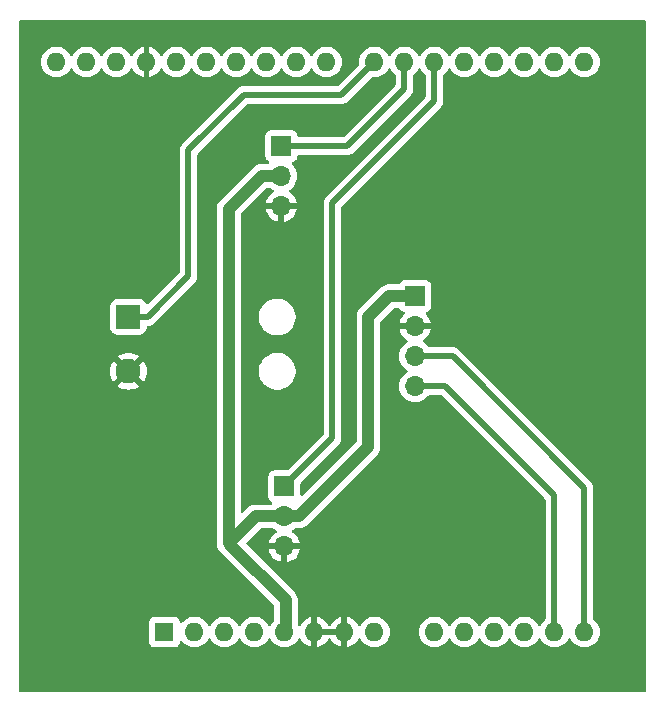
<source format=gbr>
%TF.GenerationSoftware,KiCad,Pcbnew,8.0.6*%
%TF.CreationDate,2025-01-14T17:09:45+01:00*%
%TF.ProjectId,Nivelador Laser,4e697665-6c61-4646-9f72-204c61736572,rev?*%
%TF.SameCoordinates,Original*%
%TF.FileFunction,Copper,L1,Top*%
%TF.FilePolarity,Positive*%
%FSLAX46Y46*%
G04 Gerber Fmt 4.6, Leading zero omitted, Abs format (unit mm)*
G04 Created by KiCad (PCBNEW 8.0.6) date 2025-01-14 17:09:45*
%MOMM*%
%LPD*%
G01*
G04 APERTURE LIST*
G04 Aperture macros list*
%AMRoundRect*
0 Rectangle with rounded corners*
0 $1 Rounding radius*
0 $2 $3 $4 $5 $6 $7 $8 $9 X,Y pos of 4 corners*
0 Add a 4 corners polygon primitive as box body*
4,1,4,$2,$3,$4,$5,$6,$7,$8,$9,$2,$3,0*
0 Add four circle primitives for the rounded corners*
1,1,$1+$1,$2,$3*
1,1,$1+$1,$4,$5*
1,1,$1+$1,$6,$7*
1,1,$1+$1,$8,$9*
0 Add four rect primitives between the rounded corners*
20,1,$1+$1,$2,$3,$4,$5,0*
20,1,$1+$1,$4,$5,$6,$7,0*
20,1,$1+$1,$6,$7,$8,$9,0*
20,1,$1+$1,$8,$9,$2,$3,0*%
G04 Aperture macros list end*
%TA.AperFunction,ComponentPad*%
%ADD10R,1.700000X1.700000*%
%TD*%
%TA.AperFunction,ComponentPad*%
%ADD11O,1.700000X1.700000*%
%TD*%
%TA.AperFunction,ComponentPad*%
%ADD12RoundRect,0.250001X-0.799999X0.799999X-0.799999X-0.799999X0.799999X-0.799999X0.799999X0.799999X0*%
%TD*%
%TA.AperFunction,ComponentPad*%
%ADD13C,2.100000*%
%TD*%
%TA.AperFunction,ComponentPad*%
%ADD14R,1.600000X1.600000*%
%TD*%
%TA.AperFunction,ComponentPad*%
%ADD15O,1.600000X1.600000*%
%TD*%
%TA.AperFunction,Conductor*%
%ADD16C,1.016000*%
%TD*%
%TA.AperFunction,Conductor*%
%ADD17C,0.508000*%
%TD*%
G04 APERTURE END LIST*
D10*
%TO.P,Servo2,1,PWM*%
%TO.N,/SV2*%
X175895000Y-54864000D03*
D11*
%TO.P,Servo2,2,+*%
%TO.N,+5V*%
X175895000Y-57404000D03*
%TO.P,Servo2,3,-*%
%TO.N,GND*%
X175895000Y-59944000D03*
%TD*%
D10*
%TO.P,IMU1,1,Pin_1*%
%TO.N,+5V*%
X187223000Y-67574000D03*
D11*
%TO.P,IMU1,2,Pin_2*%
%TO.N,GND*%
X187223000Y-70114000D03*
%TO.P,IMU1,3,Pin_3*%
%TO.N,/IMU_SCL*%
X187223000Y-72654000D03*
%TO.P,IMU1,4,Pin_4*%
%TO.N,/IMU_SDA*%
X187223000Y-75194000D03*
%TD*%
D10*
%TO.P,Servo1,1,PWM*%
%TO.N,/SV1*%
X176149000Y-83693000D03*
D11*
%TO.P,Servo1,2,+*%
%TO.N,+5V*%
X176149000Y-86233000D03*
%TO.P,Servo1,3,-*%
%TO.N,GND*%
X176149000Y-88773000D03*
%TD*%
D12*
%TO.P,Laser1,1,Pin_1*%
%TO.N,/LSR*%
X162941000Y-69342000D03*
D13*
%TO.P,Laser1,2,Pin_2*%
%TO.N,GND*%
X162941000Y-73942000D03*
%TD*%
D14*
%TO.P,UNO1,1,NC*%
%TO.N,unconnected-(UNO1-NC-Pad1)*%
X165989000Y-96012000D03*
D15*
%TO.P,UNO1,2,IOREF*%
%TO.N,unconnected-(UNO1-IOREF-Pad2)*%
X168529000Y-96012000D03*
%TO.P,UNO1,3,~{RESET}*%
%TO.N,unconnected-(UNO1-~{RESET}-Pad3)*%
X171069000Y-96012000D03*
%TO.P,UNO1,4,3V3*%
%TO.N,unconnected-(UNO1-3V3-Pad4)*%
X173609000Y-96012000D03*
%TO.P,UNO1,5,+5V*%
%TO.N,+5V*%
X176149000Y-96012000D03*
%TO.P,UNO1,6,GND*%
%TO.N,GND*%
X178689000Y-96012000D03*
%TO.P,UNO1,7,GND*%
X181229000Y-96012000D03*
%TO.P,UNO1,8,VIN*%
%TO.N,unconnected-(UNO1-VIN-Pad8)*%
X183769000Y-96012000D03*
%TO.P,UNO1,9,A0*%
%TO.N,unconnected-(UNO1-A0-Pad9)*%
X188849000Y-96012000D03*
%TO.P,UNO1,10,A1*%
%TO.N,unconnected-(UNO1-A1-Pad10)*%
X191389000Y-96012000D03*
%TO.P,UNO1,11,A2*%
%TO.N,unconnected-(UNO1-A2-Pad11)*%
X193929000Y-96012000D03*
%TO.P,UNO1,12,A3*%
%TO.N,unconnected-(UNO1-A3-Pad12)*%
X196469000Y-96012000D03*
%TO.P,UNO1,13,SDA/A4*%
%TO.N,/IMU_SDA*%
X199009000Y-96012000D03*
%TO.P,UNO1,14,SCL/A5*%
%TO.N,/IMU_SCL*%
X201549000Y-96012000D03*
%TO.P,UNO1,15,D0/RX*%
%TO.N,unconnected-(UNO1-D0{slash}RX-Pad15)*%
X201549000Y-47752000D03*
%TO.P,UNO1,16,D1/TX*%
%TO.N,unconnected-(UNO1-D1{slash}TX-Pad16)*%
X199009000Y-47752000D03*
%TO.P,UNO1,17,D2*%
%TO.N,unconnected-(UNO1-D2-Pad17)*%
X196469000Y-47752000D03*
%TO.P,UNO1,18,D3*%
%TO.N,unconnected-(UNO1-D3-Pad18)*%
X193929000Y-47752000D03*
%TO.P,UNO1,19,D4*%
%TO.N,unconnected-(UNO1-D4-Pad19)*%
X191389000Y-47752000D03*
%TO.P,UNO1,20,D5*%
%TO.N,/SV1*%
X188849000Y-47752000D03*
%TO.P,UNO1,21,D6*%
%TO.N,/SV2*%
X186309000Y-47752000D03*
%TO.P,UNO1,22,D7*%
%TO.N,/LSR*%
X183769000Y-47752000D03*
%TO.P,UNO1,23,D8*%
%TO.N,unconnected-(UNO1-D8-Pad23)*%
X179709000Y-47752000D03*
%TO.P,UNO1,24,D9*%
%TO.N,unconnected-(UNO1-D9-Pad24)*%
X177169000Y-47752000D03*
%TO.P,UNO1,25,D10*%
%TO.N,unconnected-(UNO1-D10-Pad25)*%
X174629000Y-47752000D03*
%TO.P,UNO1,26,D11*%
%TO.N,unconnected-(UNO1-D11-Pad26)*%
X172089000Y-47752000D03*
%TO.P,UNO1,27,D12*%
%TO.N,unconnected-(UNO1-D12-Pad27)*%
X169549000Y-47752000D03*
%TO.P,UNO1,28,D13*%
%TO.N,unconnected-(UNO1-D13-Pad28)*%
X167009000Y-47752000D03*
%TO.P,UNO1,29,GND*%
%TO.N,GND*%
X164469000Y-47752000D03*
%TO.P,UNO1,30,AREF*%
%TO.N,unconnected-(UNO1-AREF-Pad30)*%
X161929000Y-47752000D03*
%TO.P,UNO1,31,SDA/A4*%
%TO.N,unconnected-(UNO1-SDA{slash}A4-Pad31)*%
X159389000Y-47752000D03*
%TO.P,UNO1,32,SCL/A5*%
%TO.N,unconnected-(UNO1-SCL{slash}A5-Pad32)*%
X156849000Y-47752000D03*
%TD*%
D16*
%TO.N,+5V*%
X176149000Y-86233000D02*
X177351081Y-86233000D01*
X175895000Y-57404000D02*
X174244000Y-57404000D01*
X185029000Y-67574000D02*
X187223000Y-67574000D01*
X173736000Y-86233000D02*
X176149000Y-86233000D01*
X171450000Y-88519000D02*
X173736000Y-86233000D01*
X171450000Y-88519000D02*
X171577000Y-88646000D01*
X174244000Y-57404000D02*
X171450000Y-60198000D01*
X176276000Y-95885000D02*
X176276000Y-93345000D01*
X171450000Y-60198000D02*
X171450000Y-88519000D01*
X183261000Y-80323081D02*
X183261000Y-69342000D01*
X176276000Y-93345000D02*
X171577000Y-88646000D01*
X176149000Y-96012000D02*
X176276000Y-95885000D01*
X177351081Y-86233000D02*
X183261000Y-80323081D01*
X183261000Y-69342000D02*
X185029000Y-67574000D01*
D17*
%TO.N,/IMU_SDA*%
X187223000Y-75194000D02*
X189748000Y-75194000D01*
X199009000Y-84455000D02*
X199009000Y-96012000D01*
X189748000Y-75194000D02*
X199009000Y-84455000D01*
%TO.N,/IMU_SCL*%
X201549000Y-83820000D02*
X201549000Y-96012000D01*
X187223000Y-72654000D02*
X190383000Y-72654000D01*
X190383000Y-72654000D02*
X201549000Y-83820000D01*
%TO.N,/LSR*%
X168021000Y-55245000D02*
X168021000Y-65913000D01*
X168021000Y-65913000D02*
X164592000Y-69342000D01*
X183769000Y-47752000D02*
X180975000Y-50546000D01*
X172720000Y-50546000D02*
X168021000Y-55245000D01*
X180975000Y-50546000D02*
X172720000Y-50546000D01*
X164592000Y-69342000D02*
X162941000Y-69342000D01*
%TO.N,/SV1*%
X180213000Y-79629000D02*
X180213000Y-59690000D01*
X180213000Y-59690000D02*
X188849000Y-51054000D01*
X188849000Y-51054000D02*
X188849000Y-47752000D01*
X176149000Y-83693000D02*
X180213000Y-79629000D01*
%TO.N,/SV2*%
X175895000Y-54864000D02*
X181483000Y-54864000D01*
X186309000Y-50038000D02*
X186309000Y-47752000D01*
X181483000Y-54864000D02*
X186309000Y-50038000D01*
%TD*%
%TA.AperFunction,Conductor*%
%TO.N,GND*%
G36*
X180763075Y-95819007D02*
G01*
X180729000Y-95946174D01*
X180729000Y-96077826D01*
X180763075Y-96204993D01*
X180795988Y-96262000D01*
X179122012Y-96262000D01*
X179154925Y-96204993D01*
X179189000Y-96077826D01*
X179189000Y-95946174D01*
X179154925Y-95819007D01*
X179122012Y-95762000D01*
X180795988Y-95762000D01*
X180763075Y-95819007D01*
G37*
%TD.AperFunction*%
%TA.AperFunction,Conductor*%
G36*
X187646865Y-48295348D02*
G01*
X187691382Y-48346725D01*
X187718429Y-48404728D01*
X187718432Y-48404734D01*
X187848954Y-48591141D01*
X188009856Y-48752043D01*
X188009859Y-48752045D01*
X188009861Y-48752047D01*
X188041623Y-48774286D01*
X188085247Y-48828860D01*
X188094500Y-48875861D01*
X188094500Y-50690112D01*
X188074815Y-50757151D01*
X188058181Y-50777793D01*
X179626943Y-59209030D01*
X179626942Y-59209031D01*
X179544372Y-59332607D01*
X179544366Y-59332618D01*
X179487496Y-59469916D01*
X179487493Y-59469926D01*
X179458499Y-59615685D01*
X179458499Y-59770425D01*
X179458500Y-59770446D01*
X179458500Y-79265112D01*
X179438815Y-79332151D01*
X179422181Y-79352793D01*
X176468792Y-82306181D01*
X176407469Y-82339666D01*
X176381111Y-82342500D01*
X175251129Y-82342500D01*
X175251123Y-82342501D01*
X175191516Y-82348908D01*
X175056671Y-82399202D01*
X175056664Y-82399206D01*
X174941455Y-82485452D01*
X174941452Y-82485455D01*
X174855206Y-82600664D01*
X174855202Y-82600671D01*
X174804908Y-82735517D01*
X174798501Y-82795116D01*
X174798500Y-82795135D01*
X174798500Y-84590870D01*
X174798501Y-84590876D01*
X174804908Y-84650483D01*
X174855202Y-84785328D01*
X174855206Y-84785335D01*
X174941452Y-84900544D01*
X174941455Y-84900547D01*
X175056664Y-84986793D01*
X175064454Y-84991047D01*
X175062875Y-84993938D01*
X175105958Y-85026189D01*
X175130375Y-85091653D01*
X175115524Y-85159926D01*
X175066119Y-85209332D01*
X175006691Y-85224500D01*
X173636666Y-85224500D01*
X173441838Y-85263254D01*
X173441830Y-85263256D01*
X173258298Y-85339277D01*
X173258289Y-85339282D01*
X173093119Y-85449646D01*
X173093115Y-85449649D01*
X172670181Y-85872584D01*
X172608858Y-85906069D01*
X172539166Y-85901085D01*
X172483233Y-85859213D01*
X172458816Y-85793749D01*
X172458500Y-85784903D01*
X172458500Y-73819973D01*
X173990500Y-73819973D01*
X173990500Y-74064026D01*
X174027170Y-74295553D01*
X174028679Y-74305076D01*
X174104096Y-74537185D01*
X174202515Y-74730344D01*
X174214896Y-74754642D01*
X174358339Y-74952076D01*
X174358343Y-74952081D01*
X174530918Y-75124656D01*
X174530923Y-75124660D01*
X174639430Y-75203494D01*
X174728361Y-75268106D01*
X174945815Y-75378904D01*
X175177924Y-75454321D01*
X175418973Y-75492500D01*
X175418974Y-75492500D01*
X175663026Y-75492500D01*
X175663027Y-75492500D01*
X175904076Y-75454321D01*
X176136185Y-75378904D01*
X176353639Y-75268106D01*
X176551083Y-75124655D01*
X176723655Y-74952083D01*
X176867106Y-74754639D01*
X176977904Y-74537185D01*
X177053321Y-74305076D01*
X177091500Y-74064027D01*
X177091500Y-73819973D01*
X177053321Y-73578924D01*
X176977904Y-73346815D01*
X176867106Y-73129361D01*
X176797864Y-73034057D01*
X176723660Y-72931923D01*
X176723656Y-72931918D01*
X176551081Y-72759343D01*
X176551076Y-72759339D01*
X176353642Y-72615896D01*
X176353641Y-72615895D01*
X176353639Y-72615894D01*
X176136185Y-72505096D01*
X175904076Y-72429679D01*
X175904074Y-72429678D01*
X175904072Y-72429678D01*
X175735769Y-72403021D01*
X175663027Y-72391500D01*
X175418973Y-72391500D01*
X175363093Y-72400350D01*
X175177927Y-72429678D01*
X174945812Y-72505097D01*
X174728357Y-72615896D01*
X174530923Y-72759339D01*
X174530918Y-72759343D01*
X174358343Y-72931918D01*
X174358339Y-72931923D01*
X174214896Y-73129357D01*
X174104097Y-73346812D01*
X174028678Y-73578927D01*
X173990500Y-73819973D01*
X172458500Y-73819973D01*
X172458500Y-69219973D01*
X173990500Y-69219973D01*
X173990500Y-69464027D01*
X174028679Y-69705076D01*
X174104096Y-69937185D01*
X174209069Y-70143207D01*
X174214896Y-70154642D01*
X174358339Y-70352076D01*
X174358343Y-70352081D01*
X174530918Y-70524656D01*
X174530923Y-70524660D01*
X174649286Y-70610655D01*
X174728361Y-70668106D01*
X174945815Y-70778904D01*
X175177924Y-70854321D01*
X175418973Y-70892500D01*
X175418974Y-70892500D01*
X175663026Y-70892500D01*
X175663027Y-70892500D01*
X175904076Y-70854321D01*
X176136185Y-70778904D01*
X176353639Y-70668106D01*
X176551083Y-70524655D01*
X176723655Y-70352083D01*
X176867106Y-70154639D01*
X176977904Y-69937185D01*
X177053321Y-69705076D01*
X177091500Y-69464027D01*
X177091500Y-69219973D01*
X177053321Y-68978924D01*
X176977904Y-68746815D01*
X176867106Y-68529361D01*
X176825332Y-68471864D01*
X176723660Y-68331923D01*
X176723656Y-68331918D01*
X176551081Y-68159343D01*
X176551076Y-68159339D01*
X176353642Y-68015896D01*
X176353641Y-68015895D01*
X176353639Y-68015894D01*
X176136185Y-67905096D01*
X175904076Y-67829679D01*
X175904074Y-67829678D01*
X175904072Y-67829678D01*
X175729320Y-67802000D01*
X175663027Y-67791500D01*
X175418973Y-67791500D01*
X175363093Y-67800350D01*
X175177927Y-67829678D01*
X174945812Y-67905097D01*
X174728357Y-68015896D01*
X174530923Y-68159339D01*
X174530918Y-68159343D01*
X174358343Y-68331918D01*
X174358339Y-68331923D01*
X174214896Y-68529357D01*
X174104097Y-68746812D01*
X174028678Y-68978927D01*
X174006197Y-69120865D01*
X173990500Y-69219973D01*
X172458500Y-69219973D01*
X172458500Y-60667096D01*
X172478185Y-60600057D01*
X172494819Y-60579415D01*
X174625416Y-58448819D01*
X174686739Y-58415334D01*
X174713097Y-58412500D01*
X174942720Y-58412500D01*
X175009759Y-58432185D01*
X175022427Y-58441512D01*
X175023598Y-58442495D01*
X175209594Y-58572730D01*
X175253219Y-58627307D01*
X175260413Y-58696805D01*
X175228890Y-58759160D01*
X175209595Y-58775880D01*
X175023922Y-58905890D01*
X175023920Y-58905891D01*
X174856891Y-59072920D01*
X174856886Y-59072926D01*
X174721400Y-59266420D01*
X174721399Y-59266422D01*
X174621570Y-59480507D01*
X174621567Y-59480513D01*
X174564364Y-59693999D01*
X174564364Y-59694000D01*
X175461988Y-59694000D01*
X175429075Y-59751007D01*
X175395000Y-59878174D01*
X175395000Y-60009826D01*
X175429075Y-60136993D01*
X175461988Y-60194000D01*
X174564364Y-60194000D01*
X174621567Y-60407486D01*
X174621570Y-60407492D01*
X174721399Y-60621578D01*
X174856894Y-60815082D01*
X175023917Y-60982105D01*
X175217421Y-61117600D01*
X175431507Y-61217429D01*
X175431516Y-61217433D01*
X175645000Y-61274634D01*
X175645000Y-60377012D01*
X175702007Y-60409925D01*
X175829174Y-60444000D01*
X175960826Y-60444000D01*
X176087993Y-60409925D01*
X176145000Y-60377012D01*
X176145000Y-61274633D01*
X176358483Y-61217433D01*
X176358492Y-61217429D01*
X176572578Y-61117600D01*
X176766082Y-60982105D01*
X176933105Y-60815082D01*
X177068600Y-60621578D01*
X177168429Y-60407492D01*
X177168432Y-60407486D01*
X177225636Y-60194000D01*
X176328012Y-60194000D01*
X176360925Y-60136993D01*
X176395000Y-60009826D01*
X176395000Y-59878174D01*
X176360925Y-59751007D01*
X176328012Y-59694000D01*
X177225636Y-59694000D01*
X177225635Y-59693999D01*
X177168432Y-59480513D01*
X177168429Y-59480507D01*
X177068600Y-59266422D01*
X177068599Y-59266420D01*
X176933113Y-59072926D01*
X176933108Y-59072920D01*
X176766078Y-58905890D01*
X176580405Y-58775879D01*
X176536780Y-58721302D01*
X176529588Y-58651804D01*
X176561110Y-58589449D01*
X176580406Y-58572730D01*
X176757369Y-58448819D01*
X176766401Y-58442495D01*
X176933495Y-58275401D01*
X177069035Y-58081830D01*
X177168903Y-57867663D01*
X177230063Y-57639408D01*
X177250659Y-57404000D01*
X177230063Y-57168592D01*
X177168903Y-56940337D01*
X177069035Y-56726171D01*
X176995147Y-56620648D01*
X176933496Y-56532600D01*
X176911174Y-56510278D01*
X176811567Y-56410671D01*
X176778084Y-56349351D01*
X176783068Y-56279659D01*
X176824939Y-56223725D01*
X176855915Y-56206810D01*
X176987331Y-56157796D01*
X177102546Y-56071546D01*
X177188796Y-55956331D01*
X177239091Y-55821483D01*
X177245500Y-55761873D01*
X177245500Y-55742500D01*
X177265185Y-55675461D01*
X177317989Y-55629706D01*
X177369500Y-55618500D01*
X181402554Y-55618500D01*
X181402574Y-55618501D01*
X181408688Y-55618501D01*
X181557314Y-55618501D01*
X181678894Y-55594315D01*
X181678894Y-55594316D01*
X181678900Y-55594313D01*
X181703080Y-55589505D01*
X181738942Y-55574649D01*
X181759944Y-55565951D01*
X181759947Y-55565949D01*
X181759955Y-55565946D01*
X181840389Y-55532630D01*
X181963966Y-55450059D01*
X186789963Y-50624060D01*
X186789966Y-50624059D01*
X186895059Y-50518966D01*
X186977629Y-50395390D01*
X186977630Y-50395389D01*
X186977633Y-50395385D01*
X187034503Y-50258083D01*
X187034505Y-50258079D01*
X187063501Y-50112312D01*
X187063501Y-49963688D01*
X187063501Y-49958578D01*
X187063500Y-49958552D01*
X187063500Y-48875861D01*
X187083185Y-48808822D01*
X187116375Y-48774287D01*
X187148139Y-48752047D01*
X187309047Y-48591139D01*
X187439568Y-48404734D01*
X187466618Y-48346724D01*
X187512790Y-48294285D01*
X187579983Y-48275133D01*
X187646865Y-48295348D01*
G37*
%TD.AperFunction*%
%TA.AperFunction,Conductor*%
G36*
X206706539Y-44208185D02*
G01*
X206752294Y-44260989D01*
X206763500Y-44312500D01*
X206763500Y-100975500D01*
X206743815Y-101042539D01*
X206691011Y-101088294D01*
X206639500Y-101099500D01*
X153786500Y-101099500D01*
X153719461Y-101079815D01*
X153673706Y-101027011D01*
X153662500Y-100975500D01*
X153662500Y-73942000D01*
X161386207Y-73942000D01*
X161405348Y-74185219D01*
X161462303Y-74422457D01*
X161555668Y-74647861D01*
X161679504Y-74849941D01*
X162417212Y-74112233D01*
X162428482Y-74154292D01*
X162500890Y-74279708D01*
X162603292Y-74382110D01*
X162728708Y-74454518D01*
X162770765Y-74465787D01*
X162033057Y-75203494D01*
X162235138Y-75327331D01*
X162460542Y-75420696D01*
X162697780Y-75477651D01*
X162697779Y-75477651D01*
X162941000Y-75496792D01*
X163184219Y-75477651D01*
X163421457Y-75420696D01*
X163646861Y-75327331D01*
X163848941Y-75203495D01*
X163848941Y-75203494D01*
X163111235Y-74465787D01*
X163153292Y-74454518D01*
X163278708Y-74382110D01*
X163381110Y-74279708D01*
X163453518Y-74154292D01*
X163464787Y-74112234D01*
X164202494Y-74849941D01*
X164202495Y-74849941D01*
X164326331Y-74647861D01*
X164419696Y-74422457D01*
X164476651Y-74185219D01*
X164495792Y-73942000D01*
X164476651Y-73698780D01*
X164419696Y-73461542D01*
X164326331Y-73236138D01*
X164202494Y-73034057D01*
X163464787Y-73771764D01*
X163453518Y-73729708D01*
X163381110Y-73604292D01*
X163278708Y-73501890D01*
X163153292Y-73429482D01*
X163111234Y-73418212D01*
X163848941Y-72680504D01*
X163646861Y-72556668D01*
X163421457Y-72463303D01*
X163184219Y-72406348D01*
X163184220Y-72406348D01*
X162941000Y-72387207D01*
X162697780Y-72406348D01*
X162460542Y-72463303D01*
X162235138Y-72556668D01*
X162033057Y-72680504D01*
X162770766Y-73418212D01*
X162728708Y-73429482D01*
X162603292Y-73501890D01*
X162500890Y-73604292D01*
X162428482Y-73729708D01*
X162417212Y-73771765D01*
X161679504Y-73034057D01*
X161555668Y-73236138D01*
X161462303Y-73461542D01*
X161405348Y-73698780D01*
X161386207Y-73942000D01*
X153662500Y-73942000D01*
X153662500Y-68491984D01*
X161390500Y-68491984D01*
X161390500Y-70192015D01*
X161401000Y-70294795D01*
X161401001Y-70294797D01*
X161419983Y-70352081D01*
X161456186Y-70461335D01*
X161456187Y-70461337D01*
X161548286Y-70610651D01*
X161548289Y-70610655D01*
X161672344Y-70734710D01*
X161672348Y-70734713D01*
X161821662Y-70826812D01*
X161821664Y-70826813D01*
X161821666Y-70826814D01*
X161988203Y-70881999D01*
X162090992Y-70892500D01*
X162090997Y-70892500D01*
X163791003Y-70892500D01*
X163791008Y-70892500D01*
X163893797Y-70881999D01*
X164060334Y-70826814D01*
X164209655Y-70734711D01*
X164333711Y-70610655D01*
X164425814Y-70461334D01*
X164480999Y-70294797D01*
X164489877Y-70207898D01*
X164516273Y-70143207D01*
X164573454Y-70103055D01*
X164613235Y-70096501D01*
X164666314Y-70096501D01*
X164787894Y-70072315D01*
X164787894Y-70072316D01*
X164787900Y-70072313D01*
X164812080Y-70067505D01*
X164847942Y-70052649D01*
X164868944Y-70043951D01*
X164868947Y-70043949D01*
X164868955Y-70043946D01*
X164949389Y-70010630D01*
X165072966Y-69928059D01*
X168501963Y-66499060D01*
X168501966Y-66499059D01*
X168607059Y-66393966D01*
X168689629Y-66270390D01*
X168746505Y-66133080D01*
X168775500Y-65987312D01*
X168775500Y-55608886D01*
X168795185Y-55541847D01*
X168811819Y-55521205D01*
X172996205Y-51336819D01*
X173057528Y-51303334D01*
X173083886Y-51300500D01*
X180894554Y-51300500D01*
X180894574Y-51300501D01*
X180900688Y-51300501D01*
X181049314Y-51300501D01*
X181170894Y-51276315D01*
X181170894Y-51276316D01*
X181170900Y-51276313D01*
X181195080Y-51271505D01*
X181230942Y-51256649D01*
X181251944Y-51247951D01*
X181251947Y-51247949D01*
X181251955Y-51247946D01*
X181332389Y-51214630D01*
X181455966Y-51132059D01*
X183508854Y-49079169D01*
X183570175Y-49045686D01*
X183607337Y-49043324D01*
X183747186Y-49055559D01*
X183768999Y-49057468D01*
X183769000Y-49057468D01*
X183769002Y-49057468D01*
X183825673Y-49052509D01*
X183995692Y-49037635D01*
X184215496Y-48978739D01*
X184421734Y-48882568D01*
X184608139Y-48752047D01*
X184769047Y-48591139D01*
X184899568Y-48404734D01*
X184926618Y-48346724D01*
X184972790Y-48294285D01*
X185039983Y-48275133D01*
X185106865Y-48295348D01*
X185151382Y-48346725D01*
X185178429Y-48404728D01*
X185178432Y-48404734D01*
X185308954Y-48591141D01*
X185469856Y-48752043D01*
X185469859Y-48752045D01*
X185469861Y-48752047D01*
X185501623Y-48774286D01*
X185545247Y-48828860D01*
X185554500Y-48875861D01*
X185554500Y-49674113D01*
X185534815Y-49741152D01*
X185518181Y-49761794D01*
X181206794Y-54073181D01*
X181145471Y-54106666D01*
X181119113Y-54109500D01*
X177369499Y-54109500D01*
X177302460Y-54089815D01*
X177256705Y-54037011D01*
X177245499Y-53985500D01*
X177245499Y-53966129D01*
X177245498Y-53966123D01*
X177245497Y-53966116D01*
X177239091Y-53906517D01*
X177188796Y-53771669D01*
X177188795Y-53771668D01*
X177188793Y-53771664D01*
X177102547Y-53656455D01*
X177102544Y-53656452D01*
X176987335Y-53570206D01*
X176987328Y-53570202D01*
X176852482Y-53519908D01*
X176852483Y-53519908D01*
X176792883Y-53513501D01*
X176792881Y-53513500D01*
X176792873Y-53513500D01*
X176792864Y-53513500D01*
X174997129Y-53513500D01*
X174997123Y-53513501D01*
X174937516Y-53519908D01*
X174802671Y-53570202D01*
X174802664Y-53570206D01*
X174687455Y-53656452D01*
X174687452Y-53656455D01*
X174601206Y-53771664D01*
X174601202Y-53771671D01*
X174550908Y-53906517D01*
X174544501Y-53966116D01*
X174544501Y-53966123D01*
X174544500Y-53966135D01*
X174544500Y-55761870D01*
X174544501Y-55761876D01*
X174550908Y-55821483D01*
X174601202Y-55956328D01*
X174601206Y-55956335D01*
X174687452Y-56071544D01*
X174687455Y-56071547D01*
X174802664Y-56157793D01*
X174810454Y-56162047D01*
X174808875Y-56164938D01*
X174851958Y-56197189D01*
X174876375Y-56262653D01*
X174861524Y-56330926D01*
X174812119Y-56380332D01*
X174752691Y-56395500D01*
X174144666Y-56395500D01*
X173949837Y-56434254D01*
X173949827Y-56434257D01*
X173931258Y-56441949D01*
X173766294Y-56510278D01*
X173601123Y-56620642D01*
X173601115Y-56620648D01*
X171148846Y-59072920D01*
X170807119Y-59414647D01*
X170751850Y-59469916D01*
X170666645Y-59555120D01*
X170556282Y-59720289D01*
X170556277Y-59720298D01*
X170480256Y-59903830D01*
X170480254Y-59903838D01*
X170441500Y-60098666D01*
X170441500Y-88618333D01*
X170480254Y-88813160D01*
X170480256Y-88813168D01*
X170556277Y-88996701D01*
X170556282Y-88996710D01*
X170666645Y-89161879D01*
X170666646Y-89161880D01*
X170666647Y-89161881D01*
X170793647Y-89288881D01*
X175231181Y-93726415D01*
X175264666Y-93787738D01*
X175267500Y-93814096D01*
X175267500Y-95002951D01*
X175247815Y-95069990D01*
X175231181Y-95090632D01*
X175148954Y-95172858D01*
X175018432Y-95359265D01*
X175018431Y-95359267D01*
X174991382Y-95417275D01*
X174945209Y-95469714D01*
X174878016Y-95488866D01*
X174811135Y-95468650D01*
X174766618Y-95417275D01*
X174739568Y-95359266D01*
X174609047Y-95172861D01*
X174609045Y-95172858D01*
X174448141Y-95011954D01*
X174261734Y-94881432D01*
X174261732Y-94881431D01*
X174055497Y-94785261D01*
X174055488Y-94785258D01*
X173835697Y-94726366D01*
X173835693Y-94726365D01*
X173835692Y-94726365D01*
X173835691Y-94726364D01*
X173835686Y-94726364D01*
X173609002Y-94706532D01*
X173608998Y-94706532D01*
X173382313Y-94726364D01*
X173382302Y-94726366D01*
X173162511Y-94785258D01*
X173162502Y-94785261D01*
X172956267Y-94881431D01*
X172956265Y-94881432D01*
X172769858Y-95011954D01*
X172608954Y-95172858D01*
X172478432Y-95359265D01*
X172478431Y-95359267D01*
X172451382Y-95417275D01*
X172405209Y-95469714D01*
X172338016Y-95488866D01*
X172271135Y-95468650D01*
X172226618Y-95417275D01*
X172199568Y-95359266D01*
X172069047Y-95172861D01*
X172069045Y-95172858D01*
X171908141Y-95011954D01*
X171721734Y-94881432D01*
X171721732Y-94881431D01*
X171515497Y-94785261D01*
X171515488Y-94785258D01*
X171295697Y-94726366D01*
X171295693Y-94726365D01*
X171295692Y-94726365D01*
X171295691Y-94726364D01*
X171295686Y-94726364D01*
X171069002Y-94706532D01*
X171068998Y-94706532D01*
X170842313Y-94726364D01*
X170842302Y-94726366D01*
X170622511Y-94785258D01*
X170622502Y-94785261D01*
X170416267Y-94881431D01*
X170416265Y-94881432D01*
X170229858Y-95011954D01*
X170068954Y-95172858D01*
X169938432Y-95359265D01*
X169938431Y-95359267D01*
X169911382Y-95417275D01*
X169865209Y-95469714D01*
X169798016Y-95488866D01*
X169731135Y-95468650D01*
X169686618Y-95417275D01*
X169659568Y-95359266D01*
X169529047Y-95172861D01*
X169529045Y-95172858D01*
X169368141Y-95011954D01*
X169181734Y-94881432D01*
X169181732Y-94881431D01*
X168975497Y-94785261D01*
X168975488Y-94785258D01*
X168755697Y-94726366D01*
X168755693Y-94726365D01*
X168755692Y-94726365D01*
X168755691Y-94726364D01*
X168755686Y-94726364D01*
X168529002Y-94706532D01*
X168528998Y-94706532D01*
X168302313Y-94726364D01*
X168302302Y-94726366D01*
X168082511Y-94785258D01*
X168082502Y-94785261D01*
X167876267Y-94881431D01*
X167876265Y-94881432D01*
X167689858Y-95011954D01*
X167528954Y-95172858D01*
X167511725Y-95197464D01*
X167457147Y-95241088D01*
X167387648Y-95248280D01*
X167325294Y-95216757D01*
X167289882Y-95156526D01*
X167286861Y-95139591D01*
X167283091Y-95104516D01*
X167232797Y-94969671D01*
X167232793Y-94969664D01*
X167146547Y-94854455D01*
X167146544Y-94854452D01*
X167031335Y-94768206D01*
X167031328Y-94768202D01*
X166896482Y-94717908D01*
X166896483Y-94717908D01*
X166836883Y-94711501D01*
X166836881Y-94711500D01*
X166836873Y-94711500D01*
X166836864Y-94711500D01*
X165141129Y-94711500D01*
X165141123Y-94711501D01*
X165081516Y-94717908D01*
X164946671Y-94768202D01*
X164946664Y-94768206D01*
X164831455Y-94854452D01*
X164831452Y-94854455D01*
X164745206Y-94969664D01*
X164745202Y-94969671D01*
X164694908Y-95104517D01*
X164688501Y-95164116D01*
X164688500Y-95164135D01*
X164688500Y-96859870D01*
X164688501Y-96859876D01*
X164694908Y-96919483D01*
X164745202Y-97054328D01*
X164745206Y-97054335D01*
X164831452Y-97169544D01*
X164831455Y-97169547D01*
X164946664Y-97255793D01*
X164946671Y-97255797D01*
X165081517Y-97306091D01*
X165081516Y-97306091D01*
X165088444Y-97306835D01*
X165141127Y-97312500D01*
X166836872Y-97312499D01*
X166896483Y-97306091D01*
X167031331Y-97255796D01*
X167146546Y-97169546D01*
X167232796Y-97054331D01*
X167283091Y-96919483D01*
X167286862Y-96884401D01*
X167313599Y-96819855D01*
X167370990Y-96780006D01*
X167440816Y-96777511D01*
X167500905Y-96813163D01*
X167511726Y-96826536D01*
X167528956Y-96851143D01*
X167689858Y-97012045D01*
X167689861Y-97012047D01*
X167876266Y-97142568D01*
X168082504Y-97238739D01*
X168302308Y-97297635D01*
X168464230Y-97311801D01*
X168528998Y-97317468D01*
X168529000Y-97317468D01*
X168529002Y-97317468D01*
X168585807Y-97312498D01*
X168755692Y-97297635D01*
X168975496Y-97238739D01*
X169181734Y-97142568D01*
X169368139Y-97012047D01*
X169529047Y-96851139D01*
X169659568Y-96664734D01*
X169686618Y-96606724D01*
X169732790Y-96554285D01*
X169799983Y-96535133D01*
X169866865Y-96555348D01*
X169911382Y-96606725D01*
X169938429Y-96664728D01*
X169938432Y-96664734D01*
X170068954Y-96851141D01*
X170229858Y-97012045D01*
X170229861Y-97012047D01*
X170416266Y-97142568D01*
X170622504Y-97238739D01*
X170842308Y-97297635D01*
X171004230Y-97311801D01*
X171068998Y-97317468D01*
X171069000Y-97317468D01*
X171069002Y-97317468D01*
X171125807Y-97312498D01*
X171295692Y-97297635D01*
X171515496Y-97238739D01*
X171721734Y-97142568D01*
X171908139Y-97012047D01*
X172069047Y-96851139D01*
X172199568Y-96664734D01*
X172226618Y-96606724D01*
X172272790Y-96554285D01*
X172339983Y-96535133D01*
X172406865Y-96555348D01*
X172451382Y-96606725D01*
X172478429Y-96664728D01*
X172478432Y-96664734D01*
X172608954Y-96851141D01*
X172769858Y-97012045D01*
X172769861Y-97012047D01*
X172956266Y-97142568D01*
X173162504Y-97238739D01*
X173382308Y-97297635D01*
X173544230Y-97311801D01*
X173608998Y-97317468D01*
X173609000Y-97317468D01*
X173609002Y-97317468D01*
X173665807Y-97312498D01*
X173835692Y-97297635D01*
X174055496Y-97238739D01*
X174261734Y-97142568D01*
X174448139Y-97012047D01*
X174609047Y-96851139D01*
X174739568Y-96664734D01*
X174766618Y-96606724D01*
X174812790Y-96554285D01*
X174879983Y-96535133D01*
X174946865Y-96555348D01*
X174991382Y-96606725D01*
X175018429Y-96664728D01*
X175018432Y-96664734D01*
X175148954Y-96851141D01*
X175309858Y-97012045D01*
X175309861Y-97012047D01*
X175496266Y-97142568D01*
X175702504Y-97238739D01*
X175922308Y-97297635D01*
X176084230Y-97311801D01*
X176148998Y-97317468D01*
X176149000Y-97317468D01*
X176149002Y-97317468D01*
X176205807Y-97312498D01*
X176375692Y-97297635D01*
X176595496Y-97238739D01*
X176801734Y-97142568D01*
X176988139Y-97012047D01*
X177149047Y-96851139D01*
X177279568Y-96664734D01*
X177306895Y-96606129D01*
X177353064Y-96553695D01*
X177420257Y-96534542D01*
X177487139Y-96554757D01*
X177531657Y-96606133D01*
X177558865Y-96664482D01*
X177689342Y-96850820D01*
X177850179Y-97011657D01*
X178036517Y-97142134D01*
X178242673Y-97238265D01*
X178242682Y-97238269D01*
X178438999Y-97290872D01*
X178439000Y-97290871D01*
X178439000Y-96445012D01*
X178496007Y-96477925D01*
X178623174Y-96512000D01*
X178754826Y-96512000D01*
X178881993Y-96477925D01*
X178939000Y-96445012D01*
X178939000Y-97290872D01*
X179135317Y-97238269D01*
X179135326Y-97238265D01*
X179341482Y-97142134D01*
X179527820Y-97011657D01*
X179688657Y-96850820D01*
X179819134Y-96664481D01*
X179819135Y-96664479D01*
X179846618Y-96605543D01*
X179892790Y-96553103D01*
X179959983Y-96533951D01*
X180026864Y-96554166D01*
X180071382Y-96605543D01*
X180098864Y-96664479D01*
X180098865Y-96664481D01*
X180229342Y-96850820D01*
X180390179Y-97011657D01*
X180576517Y-97142134D01*
X180782673Y-97238265D01*
X180782682Y-97238269D01*
X180978999Y-97290872D01*
X180979000Y-97290871D01*
X180979000Y-96445012D01*
X181036007Y-96477925D01*
X181163174Y-96512000D01*
X181294826Y-96512000D01*
X181421993Y-96477925D01*
X181479000Y-96445012D01*
X181479000Y-97290872D01*
X181675317Y-97238269D01*
X181675326Y-97238265D01*
X181881482Y-97142134D01*
X182067820Y-97011657D01*
X182228657Y-96850820D01*
X182359132Y-96664484D01*
X182386341Y-96606134D01*
X182432513Y-96553695D01*
X182499707Y-96534542D01*
X182566588Y-96554757D01*
X182611106Y-96606133D01*
X182638431Y-96664732D01*
X182638432Y-96664734D01*
X182768954Y-96851141D01*
X182929858Y-97012045D01*
X182929861Y-97012047D01*
X183116266Y-97142568D01*
X183322504Y-97238739D01*
X183542308Y-97297635D01*
X183704230Y-97311801D01*
X183768998Y-97317468D01*
X183769000Y-97317468D01*
X183769002Y-97317468D01*
X183825807Y-97312498D01*
X183995692Y-97297635D01*
X184215496Y-97238739D01*
X184421734Y-97142568D01*
X184608139Y-97012047D01*
X184769047Y-96851139D01*
X184899568Y-96664734D01*
X184995739Y-96458496D01*
X185054635Y-96238692D01*
X185074468Y-96012000D01*
X185054635Y-95785308D01*
X184995739Y-95565504D01*
X184899568Y-95359266D01*
X184769047Y-95172861D01*
X184769045Y-95172858D01*
X184608141Y-95011954D01*
X184421734Y-94881432D01*
X184421732Y-94881431D01*
X184215497Y-94785261D01*
X184215488Y-94785258D01*
X183995697Y-94726366D01*
X183995693Y-94726365D01*
X183995692Y-94726365D01*
X183995691Y-94726364D01*
X183995686Y-94726364D01*
X183769002Y-94706532D01*
X183768998Y-94706532D01*
X183542313Y-94726364D01*
X183542302Y-94726366D01*
X183322511Y-94785258D01*
X183322502Y-94785261D01*
X183116267Y-94881431D01*
X183116265Y-94881432D01*
X182929858Y-95011954D01*
X182768954Y-95172858D01*
X182638433Y-95359264D01*
X182638432Y-95359266D01*
X182621885Y-95394752D01*
X182611106Y-95417867D01*
X182564933Y-95470306D01*
X182497739Y-95489457D01*
X182430858Y-95469241D01*
X182386342Y-95417865D01*
X182359135Y-95359520D01*
X182359134Y-95359518D01*
X182228657Y-95173179D01*
X182067820Y-95012342D01*
X181881482Y-94881865D01*
X181675328Y-94785734D01*
X181479000Y-94733127D01*
X181479000Y-95578988D01*
X181421993Y-95546075D01*
X181294826Y-95512000D01*
X181163174Y-95512000D01*
X181036007Y-95546075D01*
X180979000Y-95578988D01*
X180979000Y-94733127D01*
X180782671Y-94785734D01*
X180576517Y-94881865D01*
X180390179Y-95012342D01*
X180229342Y-95173179D01*
X180098865Y-95359517D01*
X180071382Y-95418457D01*
X180025210Y-95470896D01*
X179958016Y-95490048D01*
X179891135Y-95469832D01*
X179846618Y-95418457D01*
X179819134Y-95359517D01*
X179688657Y-95173179D01*
X179527820Y-95012342D01*
X179341482Y-94881865D01*
X179135328Y-94785734D01*
X178939000Y-94733127D01*
X178939000Y-95578988D01*
X178881993Y-95546075D01*
X178754826Y-95512000D01*
X178623174Y-95512000D01*
X178496007Y-95546075D01*
X178439000Y-95578988D01*
X178439000Y-94733127D01*
X178242671Y-94785734D01*
X178036517Y-94881865D01*
X177850179Y-95012342D01*
X177689342Y-95173179D01*
X177558865Y-95359518D01*
X177558863Y-95359522D01*
X177531656Y-95417866D01*
X177485483Y-95470305D01*
X177418289Y-95489456D01*
X177351409Y-95469239D01*
X177306892Y-95417862D01*
X177296116Y-95394752D01*
X177284500Y-95342351D01*
X177284500Y-93245670D01*
X177284499Y-93245666D01*
X177245745Y-93050838D01*
X177245744Y-93050831D01*
X177214254Y-92974809D01*
X177169722Y-92867297D01*
X177059354Y-92702119D01*
X177059351Y-92702115D01*
X172963915Y-88606680D01*
X172930430Y-88545357D01*
X172935414Y-88475665D01*
X172963915Y-88431318D01*
X174117415Y-87277819D01*
X174178738Y-87244334D01*
X174205096Y-87241500D01*
X175196720Y-87241500D01*
X175263759Y-87261185D01*
X175276427Y-87270512D01*
X175277598Y-87271495D01*
X175463594Y-87401730D01*
X175507219Y-87456307D01*
X175514413Y-87525805D01*
X175482890Y-87588160D01*
X175463595Y-87604880D01*
X175277922Y-87734890D01*
X175277920Y-87734891D01*
X175110891Y-87901920D01*
X175110886Y-87901926D01*
X174975400Y-88095420D01*
X174975399Y-88095422D01*
X174875570Y-88309507D01*
X174875567Y-88309513D01*
X174818364Y-88522999D01*
X174818364Y-88523000D01*
X175715988Y-88523000D01*
X175683075Y-88580007D01*
X175649000Y-88707174D01*
X175649000Y-88838826D01*
X175683075Y-88965993D01*
X175715988Y-89023000D01*
X174818364Y-89023000D01*
X174875567Y-89236486D01*
X174875570Y-89236492D01*
X174975399Y-89450578D01*
X175110894Y-89644082D01*
X175277917Y-89811105D01*
X175471421Y-89946600D01*
X175685507Y-90046429D01*
X175685516Y-90046433D01*
X175899000Y-90103634D01*
X175899000Y-89206012D01*
X175956007Y-89238925D01*
X176083174Y-89273000D01*
X176214826Y-89273000D01*
X176341993Y-89238925D01*
X176399000Y-89206012D01*
X176399000Y-90103633D01*
X176612483Y-90046433D01*
X176612492Y-90046429D01*
X176826578Y-89946600D01*
X177020082Y-89811105D01*
X177187105Y-89644082D01*
X177322600Y-89450578D01*
X177422429Y-89236492D01*
X177422432Y-89236486D01*
X177479636Y-89023000D01*
X176582012Y-89023000D01*
X176614925Y-88965993D01*
X176649000Y-88838826D01*
X176649000Y-88707174D01*
X176614925Y-88580007D01*
X176582012Y-88523000D01*
X177479636Y-88523000D01*
X177479635Y-88522999D01*
X177422432Y-88309513D01*
X177422429Y-88309507D01*
X177322600Y-88095422D01*
X177322599Y-88095420D01*
X177187113Y-87901926D01*
X177187108Y-87901920D01*
X177020078Y-87734890D01*
X176834405Y-87604879D01*
X176790780Y-87550302D01*
X176783588Y-87480804D01*
X176815110Y-87418449D01*
X176834406Y-87401730D01*
X177020401Y-87271495D01*
X177021573Y-87270512D01*
X177022192Y-87270240D01*
X177024836Y-87268390D01*
X177025207Y-87268921D01*
X177085580Y-87242498D01*
X177101280Y-87241500D01*
X177450411Y-87241500D01*
X177450412Y-87241499D01*
X177645250Y-87202744D01*
X177828785Y-87126721D01*
X177993962Y-87016353D01*
X178134434Y-86875881D01*
X178192993Y-86817322D01*
X178193006Y-86817307D01*
X184044354Y-80965962D01*
X184154722Y-80800784D01*
X184230744Y-80617249D01*
X184269500Y-80422409D01*
X184269500Y-80223752D01*
X184269500Y-69811096D01*
X184289185Y-69744057D01*
X184305819Y-69723415D01*
X185410416Y-68618819D01*
X185471739Y-68585334D01*
X185498097Y-68582500D01*
X185811842Y-68582500D01*
X185878881Y-68602185D01*
X185924636Y-68654989D01*
X185928026Y-68663172D01*
X185929204Y-68666331D01*
X185929206Y-68666335D01*
X186015452Y-68781544D01*
X186015455Y-68781547D01*
X186130664Y-68867793D01*
X186130671Y-68867797D01*
X186130674Y-68867798D01*
X186262598Y-68917002D01*
X186318531Y-68958873D01*
X186342949Y-69024337D01*
X186328098Y-69092610D01*
X186306947Y-69120865D01*
X186184886Y-69242926D01*
X186049400Y-69436420D01*
X186049399Y-69436422D01*
X185949570Y-69650507D01*
X185949567Y-69650513D01*
X185892364Y-69863999D01*
X185892364Y-69864000D01*
X186789988Y-69864000D01*
X186757075Y-69921007D01*
X186723000Y-70048174D01*
X186723000Y-70179826D01*
X186757075Y-70306993D01*
X186789988Y-70364000D01*
X185892364Y-70364000D01*
X185949567Y-70577486D01*
X185949570Y-70577492D01*
X186049399Y-70791578D01*
X186184894Y-70985082D01*
X186351917Y-71152105D01*
X186537595Y-71282119D01*
X186581219Y-71336696D01*
X186588412Y-71406195D01*
X186556890Y-71468549D01*
X186537595Y-71485269D01*
X186351594Y-71615508D01*
X186184505Y-71782597D01*
X186048965Y-71976169D01*
X186048964Y-71976171D01*
X185949098Y-72190335D01*
X185949094Y-72190344D01*
X185887938Y-72418586D01*
X185887936Y-72418596D01*
X185867341Y-72653999D01*
X185867341Y-72654000D01*
X185887936Y-72889403D01*
X185887938Y-72889413D01*
X185949094Y-73117655D01*
X185949096Y-73117659D01*
X185949097Y-73117663D01*
X185954552Y-73129361D01*
X186048965Y-73331830D01*
X186048967Y-73331834D01*
X186128081Y-73444819D01*
X186184504Y-73525400D01*
X186184506Y-73525402D01*
X186351597Y-73692493D01*
X186351603Y-73692498D01*
X186537158Y-73822425D01*
X186580783Y-73877002D01*
X186587977Y-73946500D01*
X186556454Y-74008855D01*
X186537158Y-74025575D01*
X186351597Y-74155505D01*
X186184505Y-74322597D01*
X186048965Y-74516169D01*
X186048964Y-74516171D01*
X185949098Y-74730335D01*
X185949094Y-74730344D01*
X185887938Y-74958586D01*
X185887936Y-74958596D01*
X185867341Y-75193999D01*
X185867341Y-75194000D01*
X185887936Y-75429403D01*
X185887938Y-75429413D01*
X185949094Y-75657655D01*
X185949096Y-75657659D01*
X185949097Y-75657663D01*
X186048965Y-75871830D01*
X186048967Y-75871834D01*
X186128081Y-75984819D01*
X186184505Y-76065401D01*
X186351599Y-76232495D01*
X186448384Y-76300265D01*
X186545165Y-76368032D01*
X186545167Y-76368033D01*
X186545170Y-76368035D01*
X186759337Y-76467903D01*
X186987592Y-76529063D01*
X187175918Y-76545539D01*
X187222999Y-76549659D01*
X187223000Y-76549659D01*
X187223001Y-76549659D01*
X187262234Y-76546226D01*
X187458408Y-76529063D01*
X187686663Y-76467903D01*
X187900830Y-76368035D01*
X188094401Y-76232495D01*
X188261495Y-76065401D01*
X188306326Y-76001376D01*
X188360904Y-75957751D01*
X188407901Y-75948500D01*
X189384113Y-75948500D01*
X189451152Y-75968185D01*
X189471794Y-75984819D01*
X198218181Y-84731205D01*
X198251666Y-84792528D01*
X198254500Y-84818886D01*
X198254500Y-94888138D01*
X198234815Y-94955177D01*
X198201626Y-94989710D01*
X198182717Y-95002951D01*
X198169861Y-95011953D01*
X198008951Y-95172862D01*
X197878432Y-95359265D01*
X197878431Y-95359267D01*
X197851382Y-95417275D01*
X197805209Y-95469714D01*
X197738016Y-95488866D01*
X197671135Y-95468650D01*
X197626618Y-95417275D01*
X197599568Y-95359266D01*
X197469047Y-95172861D01*
X197469045Y-95172858D01*
X197308141Y-95011954D01*
X197121734Y-94881432D01*
X197121732Y-94881431D01*
X196915497Y-94785261D01*
X196915488Y-94785258D01*
X196695697Y-94726366D01*
X196695693Y-94726365D01*
X196695692Y-94726365D01*
X196695691Y-94726364D01*
X196695686Y-94726364D01*
X196469002Y-94706532D01*
X196468998Y-94706532D01*
X196242313Y-94726364D01*
X196242302Y-94726366D01*
X196022511Y-94785258D01*
X196022502Y-94785261D01*
X195816267Y-94881431D01*
X195816265Y-94881432D01*
X195629858Y-95011954D01*
X195468954Y-95172858D01*
X195338432Y-95359265D01*
X195338431Y-95359267D01*
X195311382Y-95417275D01*
X195265209Y-95469714D01*
X195198016Y-95488866D01*
X195131135Y-95468650D01*
X195086618Y-95417275D01*
X195059568Y-95359266D01*
X194929047Y-95172861D01*
X194929045Y-95172858D01*
X194768141Y-95011954D01*
X194581734Y-94881432D01*
X194581732Y-94881431D01*
X194375497Y-94785261D01*
X194375488Y-94785258D01*
X194155697Y-94726366D01*
X194155693Y-94726365D01*
X194155692Y-94726365D01*
X194155691Y-94726364D01*
X194155686Y-94726364D01*
X193929002Y-94706532D01*
X193928998Y-94706532D01*
X193702313Y-94726364D01*
X193702302Y-94726366D01*
X193482511Y-94785258D01*
X193482502Y-94785261D01*
X193276267Y-94881431D01*
X193276265Y-94881432D01*
X193089858Y-95011954D01*
X192928954Y-95172858D01*
X192798432Y-95359265D01*
X192798431Y-95359267D01*
X192771382Y-95417275D01*
X192725209Y-95469714D01*
X192658016Y-95488866D01*
X192591135Y-95468650D01*
X192546618Y-95417275D01*
X192519568Y-95359266D01*
X192389047Y-95172861D01*
X192389045Y-95172858D01*
X192228141Y-95011954D01*
X192041734Y-94881432D01*
X192041732Y-94881431D01*
X191835497Y-94785261D01*
X191835488Y-94785258D01*
X191615697Y-94726366D01*
X191615693Y-94726365D01*
X191615692Y-94726365D01*
X191615691Y-94726364D01*
X191615686Y-94726364D01*
X191389002Y-94706532D01*
X191388998Y-94706532D01*
X191162313Y-94726364D01*
X191162302Y-94726366D01*
X190942511Y-94785258D01*
X190942502Y-94785261D01*
X190736267Y-94881431D01*
X190736265Y-94881432D01*
X190549858Y-95011954D01*
X190388954Y-95172858D01*
X190258432Y-95359265D01*
X190258431Y-95359267D01*
X190231382Y-95417275D01*
X190185209Y-95469714D01*
X190118016Y-95488866D01*
X190051135Y-95468650D01*
X190006618Y-95417275D01*
X189979568Y-95359266D01*
X189849047Y-95172861D01*
X189849045Y-95172858D01*
X189688141Y-95011954D01*
X189501734Y-94881432D01*
X189501732Y-94881431D01*
X189295497Y-94785261D01*
X189295488Y-94785258D01*
X189075697Y-94726366D01*
X189075693Y-94726365D01*
X189075692Y-94726365D01*
X189075691Y-94726364D01*
X189075686Y-94726364D01*
X188849002Y-94706532D01*
X188848998Y-94706532D01*
X188622313Y-94726364D01*
X188622302Y-94726366D01*
X188402511Y-94785258D01*
X188402502Y-94785261D01*
X188196267Y-94881431D01*
X188196265Y-94881432D01*
X188009858Y-95011954D01*
X187848954Y-95172858D01*
X187718432Y-95359265D01*
X187718431Y-95359267D01*
X187622261Y-95565502D01*
X187622258Y-95565511D01*
X187563366Y-95785302D01*
X187563364Y-95785313D01*
X187543532Y-96011998D01*
X187543532Y-96012001D01*
X187563364Y-96238686D01*
X187563366Y-96238697D01*
X187622258Y-96458488D01*
X187622261Y-96458497D01*
X187718431Y-96664732D01*
X187718432Y-96664734D01*
X187848954Y-96851141D01*
X188009858Y-97012045D01*
X188009861Y-97012047D01*
X188196266Y-97142568D01*
X188402504Y-97238739D01*
X188622308Y-97297635D01*
X188784230Y-97311801D01*
X188848998Y-97317468D01*
X188849000Y-97317468D01*
X188849002Y-97317468D01*
X188905807Y-97312498D01*
X189075692Y-97297635D01*
X189295496Y-97238739D01*
X189501734Y-97142568D01*
X189688139Y-97012047D01*
X189849047Y-96851139D01*
X189979568Y-96664734D01*
X190006618Y-96606724D01*
X190052790Y-96554285D01*
X190119983Y-96535133D01*
X190186865Y-96555348D01*
X190231382Y-96606725D01*
X190258429Y-96664728D01*
X190258432Y-96664734D01*
X190388954Y-96851141D01*
X190549858Y-97012045D01*
X190549861Y-97012047D01*
X190736266Y-97142568D01*
X190942504Y-97238739D01*
X191162308Y-97297635D01*
X191324230Y-97311801D01*
X191388998Y-97317468D01*
X191389000Y-97317468D01*
X191389002Y-97317468D01*
X191445807Y-97312498D01*
X191615692Y-97297635D01*
X191835496Y-97238739D01*
X192041734Y-97142568D01*
X192228139Y-97012047D01*
X192389047Y-96851139D01*
X192519568Y-96664734D01*
X192546618Y-96606724D01*
X192592790Y-96554285D01*
X192659983Y-96535133D01*
X192726865Y-96555348D01*
X192771382Y-96606725D01*
X192798429Y-96664728D01*
X192798432Y-96664734D01*
X192928954Y-96851141D01*
X193089858Y-97012045D01*
X193089861Y-97012047D01*
X193276266Y-97142568D01*
X193482504Y-97238739D01*
X193702308Y-97297635D01*
X193864230Y-97311801D01*
X193928998Y-97317468D01*
X193929000Y-97317468D01*
X193929002Y-97317468D01*
X193985807Y-97312498D01*
X194155692Y-97297635D01*
X194375496Y-97238739D01*
X194581734Y-97142568D01*
X194768139Y-97012047D01*
X194929047Y-96851139D01*
X195059568Y-96664734D01*
X195086618Y-96606724D01*
X195132790Y-96554285D01*
X195199983Y-96535133D01*
X195266865Y-96555348D01*
X195311382Y-96606725D01*
X195338429Y-96664728D01*
X195338432Y-96664734D01*
X195468954Y-96851141D01*
X195629858Y-97012045D01*
X195629861Y-97012047D01*
X195816266Y-97142568D01*
X196022504Y-97238739D01*
X196242308Y-97297635D01*
X196404230Y-97311801D01*
X196468998Y-97317468D01*
X196469000Y-97317468D01*
X196469002Y-97317468D01*
X196525807Y-97312498D01*
X196695692Y-97297635D01*
X196915496Y-97238739D01*
X197121734Y-97142568D01*
X197308139Y-97012047D01*
X197469047Y-96851139D01*
X197599568Y-96664734D01*
X197626618Y-96606724D01*
X197672790Y-96554285D01*
X197739983Y-96535133D01*
X197806865Y-96555348D01*
X197851382Y-96606725D01*
X197878429Y-96664728D01*
X197878432Y-96664734D01*
X198008954Y-96851141D01*
X198169858Y-97012045D01*
X198169861Y-97012047D01*
X198356266Y-97142568D01*
X198562504Y-97238739D01*
X198782308Y-97297635D01*
X198944230Y-97311801D01*
X199008998Y-97317468D01*
X199009000Y-97317468D01*
X199009002Y-97317468D01*
X199065807Y-97312498D01*
X199235692Y-97297635D01*
X199455496Y-97238739D01*
X199661734Y-97142568D01*
X199848139Y-97012047D01*
X200009047Y-96851139D01*
X200139568Y-96664734D01*
X200166618Y-96606724D01*
X200212790Y-96554285D01*
X200279983Y-96535133D01*
X200346865Y-96555348D01*
X200391382Y-96606725D01*
X200418429Y-96664728D01*
X200418432Y-96664734D01*
X200548954Y-96851141D01*
X200709858Y-97012045D01*
X200709861Y-97012047D01*
X200896266Y-97142568D01*
X201102504Y-97238739D01*
X201322308Y-97297635D01*
X201484230Y-97311801D01*
X201548998Y-97317468D01*
X201549000Y-97317468D01*
X201549002Y-97317468D01*
X201605807Y-97312498D01*
X201775692Y-97297635D01*
X201995496Y-97238739D01*
X202201734Y-97142568D01*
X202388139Y-97012047D01*
X202549047Y-96851139D01*
X202679568Y-96664734D01*
X202775739Y-96458496D01*
X202834635Y-96238692D01*
X202854468Y-96012000D01*
X202834635Y-95785308D01*
X202775739Y-95565504D01*
X202679568Y-95359266D01*
X202614307Y-95266063D01*
X202549048Y-95172862D01*
X202480702Y-95104516D01*
X202388139Y-95011953D01*
X202356374Y-94989710D01*
X202312751Y-94935135D01*
X202303500Y-94888138D01*
X202303500Y-83900446D01*
X202303501Y-83900425D01*
X202303501Y-83745685D01*
X202274506Y-83599926D01*
X202274505Y-83599925D01*
X202274505Y-83599921D01*
X202217630Y-83462611D01*
X202176573Y-83401165D01*
X202176573Y-83401164D01*
X202135060Y-83339035D01*
X202135054Y-83339028D01*
X202025647Y-83229621D01*
X202025624Y-83229600D01*
X190863969Y-72067943D01*
X190863968Y-72067942D01*
X190822773Y-72040417D01*
X190740389Y-71985370D01*
X190740386Y-71985368D01*
X190740385Y-71985368D01*
X190659955Y-71952053D01*
X190603080Y-71928495D01*
X190578894Y-71923684D01*
X190457314Y-71899499D01*
X190457312Y-71899499D01*
X190308688Y-71899499D01*
X190302574Y-71899499D01*
X190302554Y-71899500D01*
X188407901Y-71899500D01*
X188340862Y-71879815D01*
X188306326Y-71846624D01*
X188299128Y-71836345D01*
X188261495Y-71782599D01*
X188094401Y-71615505D01*
X187908405Y-71485269D01*
X187864781Y-71430692D01*
X187857588Y-71361193D01*
X187889110Y-71298839D01*
X187908405Y-71282119D01*
X188094082Y-71152105D01*
X188261105Y-70985082D01*
X188396600Y-70791578D01*
X188496429Y-70577492D01*
X188496432Y-70577486D01*
X188553636Y-70364000D01*
X187656012Y-70364000D01*
X187688925Y-70306993D01*
X187723000Y-70179826D01*
X187723000Y-70048174D01*
X187688925Y-69921007D01*
X187656012Y-69864000D01*
X188553636Y-69864000D01*
X188553635Y-69863999D01*
X188496432Y-69650513D01*
X188496429Y-69650507D01*
X188396600Y-69436422D01*
X188396599Y-69436420D01*
X188261113Y-69242926D01*
X188261108Y-69242920D01*
X188139053Y-69120865D01*
X188105568Y-69059542D01*
X188110552Y-68989850D01*
X188152424Y-68933917D01*
X188183400Y-68917002D01*
X188315331Y-68867796D01*
X188430546Y-68781546D01*
X188516796Y-68666331D01*
X188567091Y-68531483D01*
X188573500Y-68471873D01*
X188573499Y-66676128D01*
X188567091Y-66616517D01*
X188562517Y-66604254D01*
X188516797Y-66481671D01*
X188516793Y-66481664D01*
X188430547Y-66366455D01*
X188430544Y-66366452D01*
X188315335Y-66280206D01*
X188315328Y-66280202D01*
X188180482Y-66229908D01*
X188180483Y-66229908D01*
X188120883Y-66223501D01*
X188120881Y-66223500D01*
X188120873Y-66223500D01*
X188120864Y-66223500D01*
X186325129Y-66223500D01*
X186325123Y-66223501D01*
X186265516Y-66229908D01*
X186130671Y-66280202D01*
X186130664Y-66280206D01*
X186015455Y-66366452D01*
X186015452Y-66366455D01*
X185929206Y-66481664D01*
X185929204Y-66481668D01*
X185928026Y-66484828D01*
X185926003Y-66487529D01*
X185924953Y-66489454D01*
X185924676Y-66489302D01*
X185886157Y-66540764D01*
X185820694Y-66565184D01*
X185811842Y-66565500D01*
X184929666Y-66565500D01*
X184734838Y-66604253D01*
X184734838Y-66604254D01*
X184734835Y-66604255D01*
X184734831Y-66604256D01*
X184658809Y-66635745D01*
X184658807Y-66635745D01*
X184551294Y-66680278D01*
X184386123Y-66790642D01*
X184386115Y-66790648D01*
X182901351Y-68275415D01*
X182618119Y-68558647D01*
X182574581Y-68602185D01*
X182477645Y-68699120D01*
X182367282Y-68864289D01*
X182367277Y-68864298D01*
X182291256Y-69047830D01*
X182291254Y-69047838D01*
X182252500Y-69242666D01*
X182252500Y-79853984D01*
X182232815Y-79921023D01*
X182216181Y-79941665D01*
X177711180Y-84446665D01*
X177649857Y-84480150D01*
X177580165Y-84475166D01*
X177524232Y-84433294D01*
X177499815Y-84367830D01*
X177499499Y-84359006D01*
X177499499Y-83460885D01*
X177519184Y-83393847D01*
X177535813Y-83373210D01*
X180693963Y-80215060D01*
X180693966Y-80215059D01*
X180799059Y-80109966D01*
X180881629Y-79986390D01*
X180881630Y-79986389D01*
X180938505Y-79849079D01*
X180939242Y-79845377D01*
X180941250Y-79835276D01*
X180943316Y-79824892D01*
X180943316Y-79824888D01*
X180967501Y-79703312D01*
X180967501Y-79554688D01*
X180967501Y-79549578D01*
X180967500Y-79549552D01*
X180967500Y-60053885D01*
X180987185Y-59986846D01*
X181003814Y-59966209D01*
X189329963Y-51640060D01*
X189329966Y-51640059D01*
X189435059Y-51534966D01*
X189517629Y-51411390D01*
X189574505Y-51274080D01*
X189603500Y-51128312D01*
X189603500Y-48875861D01*
X189623185Y-48808822D01*
X189656375Y-48774287D01*
X189688139Y-48752047D01*
X189849047Y-48591139D01*
X189979568Y-48404734D01*
X190006618Y-48346724D01*
X190052790Y-48294285D01*
X190119983Y-48275133D01*
X190186865Y-48295348D01*
X190231382Y-48346725D01*
X190258429Y-48404728D01*
X190258432Y-48404734D01*
X190388954Y-48591141D01*
X190549858Y-48752045D01*
X190549861Y-48752047D01*
X190736266Y-48882568D01*
X190942504Y-48978739D01*
X191162308Y-49037635D01*
X191324230Y-49051801D01*
X191388998Y-49057468D01*
X191389000Y-49057468D01*
X191389002Y-49057468D01*
X191445673Y-49052509D01*
X191615692Y-49037635D01*
X191835496Y-48978739D01*
X192041734Y-48882568D01*
X192228139Y-48752047D01*
X192389047Y-48591139D01*
X192519568Y-48404734D01*
X192546618Y-48346724D01*
X192592790Y-48294285D01*
X192659983Y-48275133D01*
X192726865Y-48295348D01*
X192771382Y-48346725D01*
X192798429Y-48404728D01*
X192798432Y-48404734D01*
X192928954Y-48591141D01*
X193089858Y-48752045D01*
X193089861Y-48752047D01*
X193276266Y-48882568D01*
X193482504Y-48978739D01*
X193702308Y-49037635D01*
X193864230Y-49051801D01*
X193928998Y-49057468D01*
X193929000Y-49057468D01*
X193929002Y-49057468D01*
X193985673Y-49052509D01*
X194155692Y-49037635D01*
X194375496Y-48978739D01*
X194581734Y-48882568D01*
X194768139Y-48752047D01*
X194929047Y-48591139D01*
X195059568Y-48404734D01*
X195086618Y-48346724D01*
X195132790Y-48294285D01*
X195199983Y-48275133D01*
X195266865Y-48295348D01*
X195311382Y-48346725D01*
X195338429Y-48404728D01*
X195338432Y-48404734D01*
X195468954Y-48591141D01*
X195629858Y-48752045D01*
X195629861Y-48752047D01*
X195816266Y-48882568D01*
X196022504Y-48978739D01*
X196242308Y-49037635D01*
X196404230Y-49051801D01*
X196468998Y-49057468D01*
X196469000Y-49057468D01*
X196469002Y-49057468D01*
X196525673Y-49052509D01*
X196695692Y-49037635D01*
X196915496Y-48978739D01*
X197121734Y-48882568D01*
X197308139Y-48752047D01*
X197469047Y-48591139D01*
X197599568Y-48404734D01*
X197626618Y-48346724D01*
X197672790Y-48294285D01*
X197739983Y-48275133D01*
X197806865Y-48295348D01*
X197851382Y-48346725D01*
X197878429Y-48404728D01*
X197878432Y-48404734D01*
X198008954Y-48591141D01*
X198169858Y-48752045D01*
X198169861Y-48752047D01*
X198356266Y-48882568D01*
X198562504Y-48978739D01*
X198782308Y-49037635D01*
X198944230Y-49051801D01*
X199008998Y-49057468D01*
X199009000Y-49057468D01*
X199009002Y-49057468D01*
X199065673Y-49052509D01*
X199235692Y-49037635D01*
X199455496Y-48978739D01*
X199661734Y-48882568D01*
X199848139Y-48752047D01*
X200009047Y-48591139D01*
X200139568Y-48404734D01*
X200166618Y-48346724D01*
X200212790Y-48294285D01*
X200279983Y-48275133D01*
X200346865Y-48295348D01*
X200391382Y-48346725D01*
X200418429Y-48404728D01*
X200418432Y-48404734D01*
X200548954Y-48591141D01*
X200709858Y-48752045D01*
X200709861Y-48752047D01*
X200896266Y-48882568D01*
X201102504Y-48978739D01*
X201322308Y-49037635D01*
X201484230Y-49051801D01*
X201548998Y-49057468D01*
X201549000Y-49057468D01*
X201549002Y-49057468D01*
X201605673Y-49052509D01*
X201775692Y-49037635D01*
X201995496Y-48978739D01*
X202201734Y-48882568D01*
X202388139Y-48752047D01*
X202549047Y-48591139D01*
X202679568Y-48404734D01*
X202775739Y-48198496D01*
X202834635Y-47978692D01*
X202854468Y-47752000D01*
X202834635Y-47525308D01*
X202775739Y-47305504D01*
X202679568Y-47099266D01*
X202549047Y-46912861D01*
X202549045Y-46912858D01*
X202388141Y-46751954D01*
X202201734Y-46621432D01*
X202201732Y-46621431D01*
X201995497Y-46525261D01*
X201995488Y-46525258D01*
X201775697Y-46466366D01*
X201775693Y-46466365D01*
X201775692Y-46466365D01*
X201775691Y-46466364D01*
X201775686Y-46466364D01*
X201549002Y-46446532D01*
X201548998Y-46446532D01*
X201322313Y-46466364D01*
X201322302Y-46466366D01*
X201102511Y-46525258D01*
X201102502Y-46525261D01*
X200896267Y-46621431D01*
X200896265Y-46621432D01*
X200709858Y-46751954D01*
X200548954Y-46912858D01*
X200418432Y-47099265D01*
X200418431Y-47099267D01*
X200391382Y-47157275D01*
X200345209Y-47209714D01*
X200278016Y-47228866D01*
X200211135Y-47208650D01*
X200166618Y-47157275D01*
X200139686Y-47099520D01*
X200139568Y-47099266D01*
X200009047Y-46912861D01*
X200009045Y-46912858D01*
X199848141Y-46751954D01*
X199661734Y-46621432D01*
X199661732Y-46621431D01*
X199455497Y-46525261D01*
X199455488Y-46525258D01*
X199235697Y-46466366D01*
X199235693Y-46466365D01*
X199235692Y-46466365D01*
X199235691Y-46466364D01*
X199235686Y-46466364D01*
X199009002Y-46446532D01*
X199008998Y-46446532D01*
X198782313Y-46466364D01*
X198782302Y-46466366D01*
X198562511Y-46525258D01*
X198562502Y-46525261D01*
X198356267Y-46621431D01*
X198356265Y-46621432D01*
X198169858Y-46751954D01*
X198008954Y-46912858D01*
X197878432Y-47099265D01*
X197878431Y-47099267D01*
X197851382Y-47157275D01*
X197805209Y-47209714D01*
X197738016Y-47228866D01*
X197671135Y-47208650D01*
X197626618Y-47157275D01*
X197599686Y-47099520D01*
X197599568Y-47099266D01*
X197469047Y-46912861D01*
X197469045Y-46912858D01*
X197308141Y-46751954D01*
X197121734Y-46621432D01*
X197121732Y-46621431D01*
X196915497Y-46525261D01*
X196915488Y-46525258D01*
X196695697Y-46466366D01*
X196695693Y-46466365D01*
X196695692Y-46466365D01*
X196695691Y-46466364D01*
X196695686Y-46466364D01*
X196469002Y-46446532D01*
X196468998Y-46446532D01*
X196242313Y-46466364D01*
X196242302Y-46466366D01*
X196022511Y-46525258D01*
X196022502Y-46525261D01*
X195816267Y-46621431D01*
X195816265Y-46621432D01*
X195629858Y-46751954D01*
X195468954Y-46912858D01*
X195338432Y-47099265D01*
X195338431Y-47099267D01*
X195311382Y-47157275D01*
X195265209Y-47209714D01*
X195198016Y-47228866D01*
X195131135Y-47208650D01*
X195086618Y-47157275D01*
X195059686Y-47099520D01*
X195059568Y-47099266D01*
X194929047Y-46912861D01*
X194929045Y-46912858D01*
X194768141Y-46751954D01*
X194581734Y-46621432D01*
X194581732Y-46621431D01*
X194375497Y-46525261D01*
X194375488Y-46525258D01*
X194155697Y-46466366D01*
X194155693Y-46466365D01*
X194155692Y-46466365D01*
X194155691Y-46466364D01*
X194155686Y-46466364D01*
X193929002Y-46446532D01*
X193928998Y-46446532D01*
X193702313Y-46466364D01*
X193702302Y-46466366D01*
X193482511Y-46525258D01*
X193482502Y-46525261D01*
X193276267Y-46621431D01*
X193276265Y-46621432D01*
X193089858Y-46751954D01*
X192928954Y-46912858D01*
X192798432Y-47099265D01*
X192798431Y-47099267D01*
X192771382Y-47157275D01*
X192725209Y-47209714D01*
X192658016Y-47228866D01*
X192591135Y-47208650D01*
X192546618Y-47157275D01*
X192519686Y-47099520D01*
X192519568Y-47099266D01*
X192389047Y-46912861D01*
X192389045Y-46912858D01*
X192228141Y-46751954D01*
X192041734Y-46621432D01*
X192041732Y-46621431D01*
X191835497Y-46525261D01*
X191835488Y-46525258D01*
X191615697Y-46466366D01*
X191615693Y-46466365D01*
X191615692Y-46466365D01*
X191615691Y-46466364D01*
X191615686Y-46466364D01*
X191389002Y-46446532D01*
X191388998Y-46446532D01*
X191162313Y-46466364D01*
X191162302Y-46466366D01*
X190942511Y-46525258D01*
X190942502Y-46525261D01*
X190736267Y-46621431D01*
X190736265Y-46621432D01*
X190549858Y-46751954D01*
X190388954Y-46912858D01*
X190258432Y-47099265D01*
X190258431Y-47099267D01*
X190231382Y-47157275D01*
X190185209Y-47209714D01*
X190118016Y-47228866D01*
X190051135Y-47208650D01*
X190006618Y-47157275D01*
X189979686Y-47099520D01*
X189979568Y-47099266D01*
X189849047Y-46912861D01*
X189849045Y-46912858D01*
X189688141Y-46751954D01*
X189501734Y-46621432D01*
X189501732Y-46621431D01*
X189295497Y-46525261D01*
X189295488Y-46525258D01*
X189075697Y-46466366D01*
X189075693Y-46466365D01*
X189075692Y-46466365D01*
X189075691Y-46466364D01*
X189075686Y-46466364D01*
X188849002Y-46446532D01*
X188848998Y-46446532D01*
X188622313Y-46466364D01*
X188622302Y-46466366D01*
X188402511Y-46525258D01*
X188402502Y-46525261D01*
X188196267Y-46621431D01*
X188196265Y-46621432D01*
X188009858Y-46751954D01*
X187848954Y-46912858D01*
X187718432Y-47099265D01*
X187718431Y-47099267D01*
X187691382Y-47157275D01*
X187645209Y-47209714D01*
X187578016Y-47228866D01*
X187511135Y-47208650D01*
X187466618Y-47157275D01*
X187439686Y-47099520D01*
X187439568Y-47099266D01*
X187309047Y-46912861D01*
X187309045Y-46912858D01*
X187148141Y-46751954D01*
X186961734Y-46621432D01*
X186961732Y-46621431D01*
X186755497Y-46525261D01*
X186755488Y-46525258D01*
X186535697Y-46466366D01*
X186535693Y-46466365D01*
X186535692Y-46466365D01*
X186535691Y-46466364D01*
X186535686Y-46466364D01*
X186309002Y-46446532D01*
X186308998Y-46446532D01*
X186082313Y-46466364D01*
X186082302Y-46466366D01*
X185862511Y-46525258D01*
X185862502Y-46525261D01*
X185656267Y-46621431D01*
X185656265Y-46621432D01*
X185469858Y-46751954D01*
X185308954Y-46912858D01*
X185178432Y-47099265D01*
X185178431Y-47099267D01*
X185151382Y-47157275D01*
X185105209Y-47209714D01*
X185038016Y-47228866D01*
X184971135Y-47208650D01*
X184926618Y-47157275D01*
X184899686Y-47099520D01*
X184899568Y-47099266D01*
X184769047Y-46912861D01*
X184769045Y-46912858D01*
X184608141Y-46751954D01*
X184421734Y-46621432D01*
X184421732Y-46621431D01*
X184215497Y-46525261D01*
X184215488Y-46525258D01*
X183995697Y-46466366D01*
X183995693Y-46466365D01*
X183995692Y-46466365D01*
X183995691Y-46466364D01*
X183995686Y-46466364D01*
X183769002Y-46446532D01*
X183768998Y-46446532D01*
X183542313Y-46466364D01*
X183542302Y-46466366D01*
X183322511Y-46525258D01*
X183322502Y-46525261D01*
X183116267Y-46621431D01*
X183116265Y-46621432D01*
X182929858Y-46751954D01*
X182768954Y-46912858D01*
X182638432Y-47099265D01*
X182638431Y-47099267D01*
X182542261Y-47305502D01*
X182542258Y-47305511D01*
X182483366Y-47525302D01*
X182483364Y-47525313D01*
X182463532Y-47751998D01*
X182463532Y-47752002D01*
X182477674Y-47913658D01*
X182463907Y-47982158D01*
X182441827Y-48012146D01*
X180698794Y-49755181D01*
X180637471Y-49788666D01*
X180611113Y-49791500D01*
X172800446Y-49791500D01*
X172800426Y-49791499D01*
X172794312Y-49791499D01*
X172645688Y-49791499D01*
X172645686Y-49791499D01*
X172524105Y-49815684D01*
X172509540Y-49818581D01*
X172499918Y-49820495D01*
X172499917Y-49820495D01*
X172443045Y-49844052D01*
X172443045Y-49844053D01*
X172362611Y-49877370D01*
X172362609Y-49877371D01*
X172239033Y-49959941D01*
X172186487Y-50012487D01*
X172133941Y-50065034D01*
X172133939Y-50065036D01*
X167434943Y-54764030D01*
X167434942Y-54764031D01*
X167352372Y-54887607D01*
X167352366Y-54887618D01*
X167295496Y-55024916D01*
X167295493Y-55024926D01*
X167266499Y-55170685D01*
X167266499Y-55325425D01*
X167266500Y-55325446D01*
X167266500Y-65549112D01*
X167246815Y-65616151D01*
X167230181Y-65636793D01*
X164620059Y-68246914D01*
X164558736Y-68280399D01*
X164489044Y-68275415D01*
X164433111Y-68233543D01*
X164426839Y-68224330D01*
X164425815Y-68222670D01*
X164425814Y-68222666D01*
X164333711Y-68073345D01*
X164209655Y-67949289D01*
X164209651Y-67949286D01*
X164060337Y-67857187D01*
X164060335Y-67857186D01*
X163977065Y-67829593D01*
X163893797Y-67802001D01*
X163893795Y-67802000D01*
X163791015Y-67791500D01*
X163791008Y-67791500D01*
X162090992Y-67791500D01*
X162090984Y-67791500D01*
X161988204Y-67802000D01*
X161988203Y-67802001D01*
X161821664Y-67857186D01*
X161821662Y-67857187D01*
X161672348Y-67949286D01*
X161672344Y-67949289D01*
X161548289Y-68073344D01*
X161548286Y-68073348D01*
X161456187Y-68222662D01*
X161456186Y-68222664D01*
X161401001Y-68389203D01*
X161401000Y-68389204D01*
X161390500Y-68491984D01*
X153662500Y-68491984D01*
X153662500Y-47751998D01*
X155543532Y-47751998D01*
X155543532Y-47752001D01*
X155563364Y-47978686D01*
X155563366Y-47978697D01*
X155622258Y-48198488D01*
X155622261Y-48198497D01*
X155718431Y-48404732D01*
X155718432Y-48404734D01*
X155848954Y-48591141D01*
X156009858Y-48752045D01*
X156009861Y-48752047D01*
X156196266Y-48882568D01*
X156402504Y-48978739D01*
X156622308Y-49037635D01*
X156784230Y-49051801D01*
X156848998Y-49057468D01*
X156849000Y-49057468D01*
X156849002Y-49057468D01*
X156905673Y-49052509D01*
X157075692Y-49037635D01*
X157295496Y-48978739D01*
X157501734Y-48882568D01*
X157688139Y-48752047D01*
X157849047Y-48591139D01*
X157979568Y-48404734D01*
X158006618Y-48346724D01*
X158052790Y-48294285D01*
X158119983Y-48275133D01*
X158186865Y-48295348D01*
X158231382Y-48346725D01*
X158258429Y-48404728D01*
X158258432Y-48404734D01*
X158388954Y-48591141D01*
X158549858Y-48752045D01*
X158549861Y-48752047D01*
X158736266Y-48882568D01*
X158942504Y-48978739D01*
X159162308Y-49037635D01*
X159324230Y-49051801D01*
X159388998Y-49057468D01*
X159389000Y-49057468D01*
X159389002Y-49057468D01*
X159445673Y-49052509D01*
X159615692Y-49037635D01*
X159835496Y-48978739D01*
X160041734Y-48882568D01*
X160228139Y-48752047D01*
X160389047Y-48591139D01*
X160519568Y-48404734D01*
X160546618Y-48346724D01*
X160592790Y-48294285D01*
X160659983Y-48275133D01*
X160726865Y-48295348D01*
X160771382Y-48346725D01*
X160798429Y-48404728D01*
X160798432Y-48404734D01*
X160928954Y-48591141D01*
X161089858Y-48752045D01*
X161089861Y-48752047D01*
X161276266Y-48882568D01*
X161482504Y-48978739D01*
X161702308Y-49037635D01*
X161864230Y-49051801D01*
X161928998Y-49057468D01*
X161929000Y-49057468D01*
X161929002Y-49057468D01*
X161985673Y-49052509D01*
X162155692Y-49037635D01*
X162375496Y-48978739D01*
X162581734Y-48882568D01*
X162768139Y-48752047D01*
X162929047Y-48591139D01*
X163059568Y-48404734D01*
X163086895Y-48346129D01*
X163133064Y-48293695D01*
X163200257Y-48274542D01*
X163267139Y-48294757D01*
X163311657Y-48346133D01*
X163338865Y-48404482D01*
X163469342Y-48590820D01*
X163630179Y-48751657D01*
X163816517Y-48882134D01*
X164022673Y-48978265D01*
X164022682Y-48978269D01*
X164218999Y-49030872D01*
X164219000Y-49030871D01*
X164219000Y-48185012D01*
X164276007Y-48217925D01*
X164403174Y-48252000D01*
X164534826Y-48252000D01*
X164661993Y-48217925D01*
X164719000Y-48185012D01*
X164719000Y-49030872D01*
X164915317Y-48978269D01*
X164915326Y-48978265D01*
X165121482Y-48882134D01*
X165307820Y-48751657D01*
X165468657Y-48590820D01*
X165599132Y-48404484D01*
X165626341Y-48346134D01*
X165672513Y-48293695D01*
X165739707Y-48274542D01*
X165806588Y-48294757D01*
X165851106Y-48346133D01*
X165878431Y-48404732D01*
X165878432Y-48404734D01*
X166008954Y-48591141D01*
X166169858Y-48752045D01*
X166169861Y-48752047D01*
X166356266Y-48882568D01*
X166562504Y-48978739D01*
X166782308Y-49037635D01*
X166944230Y-49051801D01*
X167008998Y-49057468D01*
X167009000Y-49057468D01*
X167009002Y-49057468D01*
X167065673Y-49052509D01*
X167235692Y-49037635D01*
X167455496Y-48978739D01*
X167661734Y-48882568D01*
X167848139Y-48752047D01*
X168009047Y-48591139D01*
X168139568Y-48404734D01*
X168166618Y-48346724D01*
X168212790Y-48294285D01*
X168279983Y-48275133D01*
X168346865Y-48295348D01*
X168391382Y-48346725D01*
X168418429Y-48404728D01*
X168418432Y-48404734D01*
X168548954Y-48591141D01*
X168709858Y-48752045D01*
X168709861Y-48752047D01*
X168896266Y-48882568D01*
X169102504Y-48978739D01*
X169322308Y-49037635D01*
X169484230Y-49051801D01*
X169548998Y-49057468D01*
X169549000Y-49057468D01*
X169549002Y-49057468D01*
X169605673Y-49052509D01*
X169775692Y-49037635D01*
X169995496Y-48978739D01*
X170201734Y-48882568D01*
X170388139Y-48752047D01*
X170549047Y-48591139D01*
X170679568Y-48404734D01*
X170706618Y-48346724D01*
X170752790Y-48294285D01*
X170819983Y-48275133D01*
X170886865Y-48295348D01*
X170931382Y-48346725D01*
X170958429Y-48404728D01*
X170958432Y-48404734D01*
X171088954Y-48591141D01*
X171249858Y-48752045D01*
X171249861Y-48752047D01*
X171436266Y-48882568D01*
X171642504Y-48978739D01*
X171862308Y-49037635D01*
X172024230Y-49051801D01*
X172088998Y-49057468D01*
X172089000Y-49057468D01*
X172089002Y-49057468D01*
X172145673Y-49052509D01*
X172315692Y-49037635D01*
X172535496Y-48978739D01*
X172741734Y-48882568D01*
X172928139Y-48752047D01*
X173089047Y-48591139D01*
X173219568Y-48404734D01*
X173246618Y-48346724D01*
X173292790Y-48294285D01*
X173359983Y-48275133D01*
X173426865Y-48295348D01*
X173471382Y-48346725D01*
X173498429Y-48404728D01*
X173498432Y-48404734D01*
X173628954Y-48591141D01*
X173789858Y-48752045D01*
X173789861Y-48752047D01*
X173976266Y-48882568D01*
X174182504Y-48978739D01*
X174402308Y-49037635D01*
X174564230Y-49051801D01*
X174628998Y-49057468D01*
X174629000Y-49057468D01*
X174629002Y-49057468D01*
X174685673Y-49052509D01*
X174855692Y-49037635D01*
X175075496Y-48978739D01*
X175281734Y-48882568D01*
X175468139Y-48752047D01*
X175629047Y-48591139D01*
X175759568Y-48404734D01*
X175786618Y-48346724D01*
X175832790Y-48294285D01*
X175899983Y-48275133D01*
X175966865Y-48295348D01*
X176011382Y-48346725D01*
X176038429Y-48404728D01*
X176038432Y-48404734D01*
X176168954Y-48591141D01*
X176329858Y-48752045D01*
X176329861Y-48752047D01*
X176516266Y-48882568D01*
X176722504Y-48978739D01*
X176942308Y-49037635D01*
X177104230Y-49051801D01*
X177168998Y-49057468D01*
X177169000Y-49057468D01*
X177169002Y-49057468D01*
X177225673Y-49052509D01*
X177395692Y-49037635D01*
X177615496Y-48978739D01*
X177821734Y-48882568D01*
X178008139Y-48752047D01*
X178169047Y-48591139D01*
X178299568Y-48404734D01*
X178326618Y-48346724D01*
X178372790Y-48294285D01*
X178439983Y-48275133D01*
X178506865Y-48295348D01*
X178551382Y-48346725D01*
X178578429Y-48404728D01*
X178578432Y-48404734D01*
X178708954Y-48591141D01*
X178869858Y-48752045D01*
X178869861Y-48752047D01*
X179056266Y-48882568D01*
X179262504Y-48978739D01*
X179482308Y-49037635D01*
X179644230Y-49051801D01*
X179708998Y-49057468D01*
X179709000Y-49057468D01*
X179709002Y-49057468D01*
X179765673Y-49052509D01*
X179935692Y-49037635D01*
X180155496Y-48978739D01*
X180361734Y-48882568D01*
X180548139Y-48752047D01*
X180709047Y-48591139D01*
X180839568Y-48404734D01*
X180935739Y-48198496D01*
X180994635Y-47978692D01*
X181014468Y-47752000D01*
X180994635Y-47525308D01*
X180935739Y-47305504D01*
X180839568Y-47099266D01*
X180709047Y-46912861D01*
X180709045Y-46912858D01*
X180548141Y-46751954D01*
X180361734Y-46621432D01*
X180361732Y-46621431D01*
X180155497Y-46525261D01*
X180155488Y-46525258D01*
X179935697Y-46466366D01*
X179935693Y-46466365D01*
X179935692Y-46466365D01*
X179935691Y-46466364D01*
X179935686Y-46466364D01*
X179709002Y-46446532D01*
X179708998Y-46446532D01*
X179482313Y-46466364D01*
X179482302Y-46466366D01*
X179262511Y-46525258D01*
X179262502Y-46525261D01*
X179056267Y-46621431D01*
X179056265Y-46621432D01*
X178869858Y-46751954D01*
X178708954Y-46912858D01*
X178578432Y-47099265D01*
X178578431Y-47099267D01*
X178551382Y-47157275D01*
X178505209Y-47209714D01*
X178438016Y-47228866D01*
X178371135Y-47208650D01*
X178326618Y-47157275D01*
X178299686Y-47099520D01*
X178299568Y-47099266D01*
X178169047Y-46912861D01*
X178169045Y-46912858D01*
X178008141Y-46751954D01*
X177821734Y-46621432D01*
X177821732Y-46621431D01*
X177615497Y-46525261D01*
X177615488Y-46525258D01*
X177395697Y-46466366D01*
X177395693Y-46466365D01*
X177395692Y-46466365D01*
X177395691Y-46466364D01*
X177395686Y-46466364D01*
X177169002Y-46446532D01*
X177168998Y-46446532D01*
X176942313Y-46466364D01*
X176942302Y-46466366D01*
X176722511Y-46525258D01*
X176722502Y-46525261D01*
X176516267Y-46621431D01*
X176516265Y-46621432D01*
X176329858Y-46751954D01*
X176168954Y-46912858D01*
X176038432Y-47099265D01*
X176038431Y-47099267D01*
X176011382Y-47157275D01*
X175965209Y-47209714D01*
X175898016Y-47228866D01*
X175831135Y-47208650D01*
X175786618Y-47157275D01*
X175759686Y-47099520D01*
X175759568Y-47099266D01*
X175629047Y-46912861D01*
X175629045Y-46912858D01*
X175468141Y-46751954D01*
X175281734Y-46621432D01*
X175281732Y-46621431D01*
X175075497Y-46525261D01*
X175075488Y-46525258D01*
X174855697Y-46466366D01*
X174855693Y-46466365D01*
X174855692Y-46466365D01*
X174855691Y-46466364D01*
X174855686Y-46466364D01*
X174629002Y-46446532D01*
X174628998Y-46446532D01*
X174402313Y-46466364D01*
X174402302Y-46466366D01*
X174182511Y-46525258D01*
X174182502Y-46525261D01*
X173976267Y-46621431D01*
X173976265Y-46621432D01*
X173789858Y-46751954D01*
X173628954Y-46912858D01*
X173498432Y-47099265D01*
X173498431Y-47099267D01*
X173471382Y-47157275D01*
X173425209Y-47209714D01*
X173358016Y-47228866D01*
X173291135Y-47208650D01*
X173246618Y-47157275D01*
X173219686Y-47099520D01*
X173219568Y-47099266D01*
X173089047Y-46912861D01*
X173089045Y-46912858D01*
X172928141Y-46751954D01*
X172741734Y-46621432D01*
X172741732Y-46621431D01*
X172535497Y-46525261D01*
X172535488Y-46525258D01*
X172315697Y-46466366D01*
X172315693Y-46466365D01*
X172315692Y-46466365D01*
X172315691Y-46466364D01*
X172315686Y-46466364D01*
X172089002Y-46446532D01*
X172088998Y-46446532D01*
X171862313Y-46466364D01*
X171862302Y-46466366D01*
X171642511Y-46525258D01*
X171642502Y-46525261D01*
X171436267Y-46621431D01*
X171436265Y-46621432D01*
X171249858Y-46751954D01*
X171088954Y-46912858D01*
X170958432Y-47099265D01*
X170958431Y-47099267D01*
X170931382Y-47157275D01*
X170885209Y-47209714D01*
X170818016Y-47228866D01*
X170751135Y-47208650D01*
X170706618Y-47157275D01*
X170679686Y-47099520D01*
X170679568Y-47099266D01*
X170549047Y-46912861D01*
X170549045Y-46912858D01*
X170388141Y-46751954D01*
X170201734Y-46621432D01*
X170201732Y-46621431D01*
X169995497Y-46525261D01*
X169995488Y-46525258D01*
X169775697Y-46466366D01*
X169775693Y-46466365D01*
X169775692Y-46466365D01*
X169775691Y-46466364D01*
X169775686Y-46466364D01*
X169549002Y-46446532D01*
X169548998Y-46446532D01*
X169322313Y-46466364D01*
X169322302Y-46466366D01*
X169102511Y-46525258D01*
X169102502Y-46525261D01*
X168896267Y-46621431D01*
X168896265Y-46621432D01*
X168709858Y-46751954D01*
X168548954Y-46912858D01*
X168418432Y-47099265D01*
X168418431Y-47099267D01*
X168391382Y-47157275D01*
X168345209Y-47209714D01*
X168278016Y-47228866D01*
X168211135Y-47208650D01*
X168166618Y-47157275D01*
X168139686Y-47099520D01*
X168139568Y-47099266D01*
X168009047Y-46912861D01*
X168009045Y-46912858D01*
X167848141Y-46751954D01*
X167661734Y-46621432D01*
X167661732Y-46621431D01*
X167455497Y-46525261D01*
X167455488Y-46525258D01*
X167235697Y-46466366D01*
X167235693Y-46466365D01*
X167235692Y-46466365D01*
X167235691Y-46466364D01*
X167235686Y-46466364D01*
X167009002Y-46446532D01*
X167008998Y-46446532D01*
X166782313Y-46466364D01*
X166782302Y-46466366D01*
X166562511Y-46525258D01*
X166562502Y-46525261D01*
X166356267Y-46621431D01*
X166356265Y-46621432D01*
X166169858Y-46751954D01*
X166008954Y-46912858D01*
X165878433Y-47099264D01*
X165878432Y-47099266D01*
X165878315Y-47099518D01*
X165851106Y-47157867D01*
X165804933Y-47210306D01*
X165737739Y-47229457D01*
X165670858Y-47209241D01*
X165626342Y-47157865D01*
X165599135Y-47099520D01*
X165599134Y-47099518D01*
X165468657Y-46913179D01*
X165307820Y-46752342D01*
X165121482Y-46621865D01*
X164915328Y-46525734D01*
X164719000Y-46473127D01*
X164719000Y-47318988D01*
X164661993Y-47286075D01*
X164534826Y-47252000D01*
X164403174Y-47252000D01*
X164276007Y-47286075D01*
X164219000Y-47318988D01*
X164219000Y-46473127D01*
X164022671Y-46525734D01*
X163816517Y-46621865D01*
X163630179Y-46752342D01*
X163469342Y-46913179D01*
X163338867Y-47099515D01*
X163311657Y-47157867D01*
X163265484Y-47210306D01*
X163198290Y-47229457D01*
X163131409Y-47209241D01*
X163086893Y-47157865D01*
X163059685Y-47099518D01*
X163059568Y-47099266D01*
X162929047Y-46912861D01*
X162929045Y-46912858D01*
X162768141Y-46751954D01*
X162581734Y-46621432D01*
X162581732Y-46621431D01*
X162375497Y-46525261D01*
X162375488Y-46525258D01*
X162155697Y-46466366D01*
X162155693Y-46466365D01*
X162155692Y-46466365D01*
X162155691Y-46466364D01*
X162155686Y-46466364D01*
X161929002Y-46446532D01*
X161928998Y-46446532D01*
X161702313Y-46466364D01*
X161702302Y-46466366D01*
X161482511Y-46525258D01*
X161482502Y-46525261D01*
X161276267Y-46621431D01*
X161276265Y-46621432D01*
X161089858Y-46751954D01*
X160928954Y-46912858D01*
X160798432Y-47099265D01*
X160798431Y-47099267D01*
X160771382Y-47157275D01*
X160725209Y-47209714D01*
X160658016Y-47228866D01*
X160591135Y-47208650D01*
X160546618Y-47157275D01*
X160519686Y-47099520D01*
X160519568Y-47099266D01*
X160389047Y-46912861D01*
X160389045Y-46912858D01*
X160228141Y-46751954D01*
X160041734Y-46621432D01*
X160041732Y-46621431D01*
X159835497Y-46525261D01*
X159835488Y-46525258D01*
X159615697Y-46466366D01*
X159615693Y-46466365D01*
X159615692Y-46466365D01*
X159615691Y-46466364D01*
X159615686Y-46466364D01*
X159389002Y-46446532D01*
X159388998Y-46446532D01*
X159162313Y-46466364D01*
X159162302Y-46466366D01*
X158942511Y-46525258D01*
X158942502Y-46525261D01*
X158736267Y-46621431D01*
X158736265Y-46621432D01*
X158549858Y-46751954D01*
X158388954Y-46912858D01*
X158258432Y-47099265D01*
X158258431Y-47099267D01*
X158231382Y-47157275D01*
X158185209Y-47209714D01*
X158118016Y-47228866D01*
X158051135Y-47208650D01*
X158006618Y-47157275D01*
X157979686Y-47099520D01*
X157979568Y-47099266D01*
X157849047Y-46912861D01*
X157849045Y-46912858D01*
X157688141Y-46751954D01*
X157501734Y-46621432D01*
X157501732Y-46621431D01*
X157295497Y-46525261D01*
X157295488Y-46525258D01*
X157075697Y-46466366D01*
X157075693Y-46466365D01*
X157075692Y-46466365D01*
X157075691Y-46466364D01*
X157075686Y-46466364D01*
X156849002Y-46446532D01*
X156848998Y-46446532D01*
X156622313Y-46466364D01*
X156622302Y-46466366D01*
X156402511Y-46525258D01*
X156402502Y-46525261D01*
X156196267Y-46621431D01*
X156196265Y-46621432D01*
X156009858Y-46751954D01*
X155848954Y-46912858D01*
X155718432Y-47099265D01*
X155718431Y-47099267D01*
X155622261Y-47305502D01*
X155622258Y-47305511D01*
X155563366Y-47525302D01*
X155563364Y-47525313D01*
X155543532Y-47751998D01*
X153662500Y-47751998D01*
X153662500Y-44312500D01*
X153682185Y-44245461D01*
X153734989Y-44199706D01*
X153786500Y-44188500D01*
X206639500Y-44188500D01*
X206706539Y-44208185D01*
G37*
%TD.AperFunction*%
%TD*%
M02*

</source>
